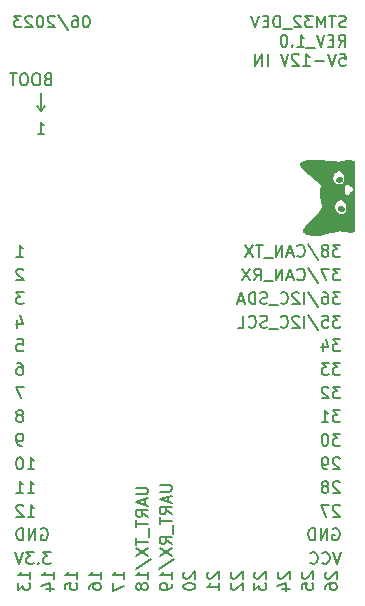
<source format=gbr>
%TF.GenerationSoftware,KiCad,Pcbnew,7.0.2*%
%TF.CreationDate,2023-06-14T20:26:51+10:00*%
%TF.ProjectId,STM32_Simple_Rev1.0,53544d33-325f-4536-996d-706c655f5265,rev?*%
%TF.SameCoordinates,Original*%
%TF.FileFunction,Legend,Bot*%
%TF.FilePolarity,Positive*%
%FSLAX46Y46*%
G04 Gerber Fmt 4.6, Leading zero omitted, Abs format (unit mm)*
G04 Created by KiCad (PCBNEW 7.0.2) date 2023-06-14 20:26:51*
%MOMM*%
%LPD*%
G01*
G04 APERTURE LIST*
%ADD10C,0.200000*%
%ADD11C,0.160000*%
G04 APERTURE END LIST*
D10*
X188400000Y-76100000D02*
X188700000Y-75700000D01*
X188400000Y-74600000D02*
X188400000Y-76100000D01*
X188400000Y-76100000D02*
X188100000Y-75700000D01*
D11*
X213733332Y-91462619D02*
X213114285Y-91462619D01*
X213114285Y-91462619D02*
X213447618Y-91843571D01*
X213447618Y-91843571D02*
X213304761Y-91843571D01*
X213304761Y-91843571D02*
X213209523Y-91891190D01*
X213209523Y-91891190D02*
X213161904Y-91938809D01*
X213161904Y-91938809D02*
X213114285Y-92034047D01*
X213114285Y-92034047D02*
X213114285Y-92272142D01*
X213114285Y-92272142D02*
X213161904Y-92367380D01*
X213161904Y-92367380D02*
X213209523Y-92415000D01*
X213209523Y-92415000D02*
X213304761Y-92462619D01*
X213304761Y-92462619D02*
X213590475Y-92462619D01*
X213590475Y-92462619D02*
X213685713Y-92415000D01*
X213685713Y-92415000D02*
X213733332Y-92367380D01*
X212257142Y-91462619D02*
X212447618Y-91462619D01*
X212447618Y-91462619D02*
X212542856Y-91510238D01*
X212542856Y-91510238D02*
X212590475Y-91557857D01*
X212590475Y-91557857D02*
X212685713Y-91700714D01*
X212685713Y-91700714D02*
X212733332Y-91891190D01*
X212733332Y-91891190D02*
X212733332Y-92272142D01*
X212733332Y-92272142D02*
X212685713Y-92367380D01*
X212685713Y-92367380D02*
X212638094Y-92415000D01*
X212638094Y-92415000D02*
X212542856Y-92462619D01*
X212542856Y-92462619D02*
X212352380Y-92462619D01*
X212352380Y-92462619D02*
X212257142Y-92415000D01*
X212257142Y-92415000D02*
X212209523Y-92367380D01*
X212209523Y-92367380D02*
X212161904Y-92272142D01*
X212161904Y-92272142D02*
X212161904Y-92034047D01*
X212161904Y-92034047D02*
X212209523Y-91938809D01*
X212209523Y-91938809D02*
X212257142Y-91891190D01*
X212257142Y-91891190D02*
X212352380Y-91843571D01*
X212352380Y-91843571D02*
X212542856Y-91843571D01*
X212542856Y-91843571D02*
X212638094Y-91891190D01*
X212638094Y-91891190D02*
X212685713Y-91938809D01*
X212685713Y-91938809D02*
X212733332Y-92034047D01*
X211019047Y-91415000D02*
X211876189Y-92700714D01*
X210685713Y-92462619D02*
X210685713Y-91462619D01*
X210257142Y-91557857D02*
X210209523Y-91510238D01*
X210209523Y-91510238D02*
X210114285Y-91462619D01*
X210114285Y-91462619D02*
X209876190Y-91462619D01*
X209876190Y-91462619D02*
X209780952Y-91510238D01*
X209780952Y-91510238D02*
X209733333Y-91557857D01*
X209733333Y-91557857D02*
X209685714Y-91653095D01*
X209685714Y-91653095D02*
X209685714Y-91748333D01*
X209685714Y-91748333D02*
X209733333Y-91891190D01*
X209733333Y-91891190D02*
X210304761Y-92462619D01*
X210304761Y-92462619D02*
X209685714Y-92462619D01*
X208685714Y-92367380D02*
X208733333Y-92415000D01*
X208733333Y-92415000D02*
X208876190Y-92462619D01*
X208876190Y-92462619D02*
X208971428Y-92462619D01*
X208971428Y-92462619D02*
X209114285Y-92415000D01*
X209114285Y-92415000D02*
X209209523Y-92319761D01*
X209209523Y-92319761D02*
X209257142Y-92224523D01*
X209257142Y-92224523D02*
X209304761Y-92034047D01*
X209304761Y-92034047D02*
X209304761Y-91891190D01*
X209304761Y-91891190D02*
X209257142Y-91700714D01*
X209257142Y-91700714D02*
X209209523Y-91605476D01*
X209209523Y-91605476D02*
X209114285Y-91510238D01*
X209114285Y-91510238D02*
X208971428Y-91462619D01*
X208971428Y-91462619D02*
X208876190Y-91462619D01*
X208876190Y-91462619D02*
X208733333Y-91510238D01*
X208733333Y-91510238D02*
X208685714Y-91557857D01*
X208495238Y-92557857D02*
X207733333Y-92557857D01*
X207542856Y-92415000D02*
X207399999Y-92462619D01*
X207399999Y-92462619D02*
X207161904Y-92462619D01*
X207161904Y-92462619D02*
X207066666Y-92415000D01*
X207066666Y-92415000D02*
X207019047Y-92367380D01*
X207019047Y-92367380D02*
X206971428Y-92272142D01*
X206971428Y-92272142D02*
X206971428Y-92176904D01*
X206971428Y-92176904D02*
X207019047Y-92081666D01*
X207019047Y-92081666D02*
X207066666Y-92034047D01*
X207066666Y-92034047D02*
X207161904Y-91986428D01*
X207161904Y-91986428D02*
X207352380Y-91938809D01*
X207352380Y-91938809D02*
X207447618Y-91891190D01*
X207447618Y-91891190D02*
X207495237Y-91843571D01*
X207495237Y-91843571D02*
X207542856Y-91748333D01*
X207542856Y-91748333D02*
X207542856Y-91653095D01*
X207542856Y-91653095D02*
X207495237Y-91557857D01*
X207495237Y-91557857D02*
X207447618Y-91510238D01*
X207447618Y-91510238D02*
X207352380Y-91462619D01*
X207352380Y-91462619D02*
X207114285Y-91462619D01*
X207114285Y-91462619D02*
X206971428Y-91510238D01*
X206542856Y-92462619D02*
X206542856Y-91462619D01*
X206542856Y-91462619D02*
X206304761Y-91462619D01*
X206304761Y-91462619D02*
X206161904Y-91510238D01*
X206161904Y-91510238D02*
X206066666Y-91605476D01*
X206066666Y-91605476D02*
X206019047Y-91700714D01*
X206019047Y-91700714D02*
X205971428Y-91891190D01*
X205971428Y-91891190D02*
X205971428Y-92034047D01*
X205971428Y-92034047D02*
X206019047Y-92224523D01*
X206019047Y-92224523D02*
X206066666Y-92319761D01*
X206066666Y-92319761D02*
X206161904Y-92415000D01*
X206161904Y-92415000D02*
X206304761Y-92462619D01*
X206304761Y-92462619D02*
X206542856Y-92462619D01*
X205590475Y-92176904D02*
X205114285Y-92176904D01*
X205685713Y-92462619D02*
X205352380Y-91462619D01*
X205352380Y-91462619D02*
X205019047Y-92462619D01*
X186409524Y-93795952D02*
X186409524Y-94462619D01*
X186647619Y-93415000D02*
X186885714Y-94129285D01*
X186885714Y-94129285D02*
X186266667Y-94129285D01*
X213733332Y-93462619D02*
X213114285Y-93462619D01*
X213114285Y-93462619D02*
X213447618Y-93843571D01*
X213447618Y-93843571D02*
X213304761Y-93843571D01*
X213304761Y-93843571D02*
X213209523Y-93891190D01*
X213209523Y-93891190D02*
X213161904Y-93938809D01*
X213161904Y-93938809D02*
X213114285Y-94034047D01*
X213114285Y-94034047D02*
X213114285Y-94272142D01*
X213114285Y-94272142D02*
X213161904Y-94367380D01*
X213161904Y-94367380D02*
X213209523Y-94415000D01*
X213209523Y-94415000D02*
X213304761Y-94462619D01*
X213304761Y-94462619D02*
X213590475Y-94462619D01*
X213590475Y-94462619D02*
X213685713Y-94415000D01*
X213685713Y-94415000D02*
X213733332Y-94367380D01*
X212209523Y-93462619D02*
X212685713Y-93462619D01*
X212685713Y-93462619D02*
X212733332Y-93938809D01*
X212733332Y-93938809D02*
X212685713Y-93891190D01*
X212685713Y-93891190D02*
X212590475Y-93843571D01*
X212590475Y-93843571D02*
X212352380Y-93843571D01*
X212352380Y-93843571D02*
X212257142Y-93891190D01*
X212257142Y-93891190D02*
X212209523Y-93938809D01*
X212209523Y-93938809D02*
X212161904Y-94034047D01*
X212161904Y-94034047D02*
X212161904Y-94272142D01*
X212161904Y-94272142D02*
X212209523Y-94367380D01*
X212209523Y-94367380D02*
X212257142Y-94415000D01*
X212257142Y-94415000D02*
X212352380Y-94462619D01*
X212352380Y-94462619D02*
X212590475Y-94462619D01*
X212590475Y-94462619D02*
X212685713Y-94415000D01*
X212685713Y-94415000D02*
X212733332Y-94367380D01*
X211019047Y-93415000D02*
X211876189Y-94700714D01*
X210685713Y-94462619D02*
X210685713Y-93462619D01*
X210257142Y-93557857D02*
X210209523Y-93510238D01*
X210209523Y-93510238D02*
X210114285Y-93462619D01*
X210114285Y-93462619D02*
X209876190Y-93462619D01*
X209876190Y-93462619D02*
X209780952Y-93510238D01*
X209780952Y-93510238D02*
X209733333Y-93557857D01*
X209733333Y-93557857D02*
X209685714Y-93653095D01*
X209685714Y-93653095D02*
X209685714Y-93748333D01*
X209685714Y-93748333D02*
X209733333Y-93891190D01*
X209733333Y-93891190D02*
X210304761Y-94462619D01*
X210304761Y-94462619D02*
X209685714Y-94462619D01*
X208685714Y-94367380D02*
X208733333Y-94415000D01*
X208733333Y-94415000D02*
X208876190Y-94462619D01*
X208876190Y-94462619D02*
X208971428Y-94462619D01*
X208971428Y-94462619D02*
X209114285Y-94415000D01*
X209114285Y-94415000D02*
X209209523Y-94319761D01*
X209209523Y-94319761D02*
X209257142Y-94224523D01*
X209257142Y-94224523D02*
X209304761Y-94034047D01*
X209304761Y-94034047D02*
X209304761Y-93891190D01*
X209304761Y-93891190D02*
X209257142Y-93700714D01*
X209257142Y-93700714D02*
X209209523Y-93605476D01*
X209209523Y-93605476D02*
X209114285Y-93510238D01*
X209114285Y-93510238D02*
X208971428Y-93462619D01*
X208971428Y-93462619D02*
X208876190Y-93462619D01*
X208876190Y-93462619D02*
X208733333Y-93510238D01*
X208733333Y-93510238D02*
X208685714Y-93557857D01*
X208495238Y-94557857D02*
X207733333Y-94557857D01*
X207542856Y-94415000D02*
X207399999Y-94462619D01*
X207399999Y-94462619D02*
X207161904Y-94462619D01*
X207161904Y-94462619D02*
X207066666Y-94415000D01*
X207066666Y-94415000D02*
X207019047Y-94367380D01*
X207019047Y-94367380D02*
X206971428Y-94272142D01*
X206971428Y-94272142D02*
X206971428Y-94176904D01*
X206971428Y-94176904D02*
X207019047Y-94081666D01*
X207019047Y-94081666D02*
X207066666Y-94034047D01*
X207066666Y-94034047D02*
X207161904Y-93986428D01*
X207161904Y-93986428D02*
X207352380Y-93938809D01*
X207352380Y-93938809D02*
X207447618Y-93891190D01*
X207447618Y-93891190D02*
X207495237Y-93843571D01*
X207495237Y-93843571D02*
X207542856Y-93748333D01*
X207542856Y-93748333D02*
X207542856Y-93653095D01*
X207542856Y-93653095D02*
X207495237Y-93557857D01*
X207495237Y-93557857D02*
X207447618Y-93510238D01*
X207447618Y-93510238D02*
X207352380Y-93462619D01*
X207352380Y-93462619D02*
X207114285Y-93462619D01*
X207114285Y-93462619D02*
X206971428Y-93510238D01*
X205971428Y-94367380D02*
X206019047Y-94415000D01*
X206019047Y-94415000D02*
X206161904Y-94462619D01*
X206161904Y-94462619D02*
X206257142Y-94462619D01*
X206257142Y-94462619D02*
X206399999Y-94415000D01*
X206399999Y-94415000D02*
X206495237Y-94319761D01*
X206495237Y-94319761D02*
X206542856Y-94224523D01*
X206542856Y-94224523D02*
X206590475Y-94034047D01*
X206590475Y-94034047D02*
X206590475Y-93891190D01*
X206590475Y-93891190D02*
X206542856Y-93700714D01*
X206542856Y-93700714D02*
X206495237Y-93605476D01*
X206495237Y-93605476D02*
X206399999Y-93510238D01*
X206399999Y-93510238D02*
X206257142Y-93462619D01*
X206257142Y-93462619D02*
X206161904Y-93462619D01*
X206161904Y-93462619D02*
X206019047Y-93510238D01*
X206019047Y-93510238D02*
X205971428Y-93557857D01*
X205066666Y-94462619D02*
X205542856Y-94462619D01*
X205542856Y-94462619D02*
X205542856Y-93462619D01*
X187266667Y-108462619D02*
X187838095Y-108462619D01*
X187552381Y-108462619D02*
X187552381Y-107462619D01*
X187552381Y-107462619D02*
X187647619Y-107605476D01*
X187647619Y-107605476D02*
X187742857Y-107700714D01*
X187742857Y-107700714D02*
X187838095Y-107748333D01*
X186314286Y-108462619D02*
X186885714Y-108462619D01*
X186600000Y-108462619D02*
X186600000Y-107462619D01*
X186600000Y-107462619D02*
X186695238Y-107605476D01*
X186695238Y-107605476D02*
X186790476Y-107700714D01*
X186790476Y-107700714D02*
X186885714Y-107748333D01*
X213780951Y-113462619D02*
X213447618Y-114462619D01*
X213447618Y-114462619D02*
X213114285Y-113462619D01*
X212209523Y-114367380D02*
X212257142Y-114415000D01*
X212257142Y-114415000D02*
X212399999Y-114462619D01*
X212399999Y-114462619D02*
X212495237Y-114462619D01*
X212495237Y-114462619D02*
X212638094Y-114415000D01*
X212638094Y-114415000D02*
X212733332Y-114319761D01*
X212733332Y-114319761D02*
X212780951Y-114224523D01*
X212780951Y-114224523D02*
X212828570Y-114034047D01*
X212828570Y-114034047D02*
X212828570Y-113891190D01*
X212828570Y-113891190D02*
X212780951Y-113700714D01*
X212780951Y-113700714D02*
X212733332Y-113605476D01*
X212733332Y-113605476D02*
X212638094Y-113510238D01*
X212638094Y-113510238D02*
X212495237Y-113462619D01*
X212495237Y-113462619D02*
X212399999Y-113462619D01*
X212399999Y-113462619D02*
X212257142Y-113510238D01*
X212257142Y-113510238D02*
X212209523Y-113557857D01*
X211209523Y-114367380D02*
X211257142Y-114415000D01*
X211257142Y-114415000D02*
X211399999Y-114462619D01*
X211399999Y-114462619D02*
X211495237Y-114462619D01*
X211495237Y-114462619D02*
X211638094Y-114415000D01*
X211638094Y-114415000D02*
X211733332Y-114319761D01*
X211733332Y-114319761D02*
X211780951Y-114224523D01*
X211780951Y-114224523D02*
X211828570Y-114034047D01*
X211828570Y-114034047D02*
X211828570Y-113891190D01*
X211828570Y-113891190D02*
X211780951Y-113700714D01*
X211780951Y-113700714D02*
X211733332Y-113605476D01*
X211733332Y-113605476D02*
X211638094Y-113510238D01*
X211638094Y-113510238D02*
X211495237Y-113462619D01*
X211495237Y-113462619D02*
X211399999Y-113462619D01*
X211399999Y-113462619D02*
X211257142Y-113510238D01*
X211257142Y-113510238D02*
X211209523Y-113557857D01*
X187266667Y-110462619D02*
X187838095Y-110462619D01*
X187552381Y-110462619D02*
X187552381Y-109462619D01*
X187552381Y-109462619D02*
X187647619Y-109605476D01*
X187647619Y-109605476D02*
X187742857Y-109700714D01*
X187742857Y-109700714D02*
X187838095Y-109748333D01*
X186885714Y-109557857D02*
X186838095Y-109510238D01*
X186838095Y-109510238D02*
X186742857Y-109462619D01*
X186742857Y-109462619D02*
X186504762Y-109462619D01*
X186504762Y-109462619D02*
X186409524Y-109510238D01*
X186409524Y-109510238D02*
X186361905Y-109557857D01*
X186361905Y-109557857D02*
X186314286Y-109653095D01*
X186314286Y-109653095D02*
X186314286Y-109748333D01*
X186314286Y-109748333D02*
X186361905Y-109891190D01*
X186361905Y-109891190D02*
X186933333Y-110462619D01*
X186933333Y-110462619D02*
X186314286Y-110462619D01*
X213733332Y-103462619D02*
X213114285Y-103462619D01*
X213114285Y-103462619D02*
X213447618Y-103843571D01*
X213447618Y-103843571D02*
X213304761Y-103843571D01*
X213304761Y-103843571D02*
X213209523Y-103891190D01*
X213209523Y-103891190D02*
X213161904Y-103938809D01*
X213161904Y-103938809D02*
X213114285Y-104034047D01*
X213114285Y-104034047D02*
X213114285Y-104272142D01*
X213114285Y-104272142D02*
X213161904Y-104367380D01*
X213161904Y-104367380D02*
X213209523Y-104415000D01*
X213209523Y-104415000D02*
X213304761Y-104462619D01*
X213304761Y-104462619D02*
X213590475Y-104462619D01*
X213590475Y-104462619D02*
X213685713Y-104415000D01*
X213685713Y-104415000D02*
X213733332Y-104367380D01*
X212495237Y-103462619D02*
X212399999Y-103462619D01*
X212399999Y-103462619D02*
X212304761Y-103510238D01*
X212304761Y-103510238D02*
X212257142Y-103557857D01*
X212257142Y-103557857D02*
X212209523Y-103653095D01*
X212209523Y-103653095D02*
X212161904Y-103843571D01*
X212161904Y-103843571D02*
X212161904Y-104081666D01*
X212161904Y-104081666D02*
X212209523Y-104272142D01*
X212209523Y-104272142D02*
X212257142Y-104367380D01*
X212257142Y-104367380D02*
X212304761Y-104415000D01*
X212304761Y-104415000D02*
X212399999Y-104462619D01*
X212399999Y-104462619D02*
X212495237Y-104462619D01*
X212495237Y-104462619D02*
X212590475Y-104415000D01*
X212590475Y-104415000D02*
X212638094Y-104367380D01*
X212638094Y-104367380D02*
X212685713Y-104272142D01*
X212685713Y-104272142D02*
X212733332Y-104081666D01*
X212733332Y-104081666D02*
X212733332Y-103843571D01*
X212733332Y-103843571D02*
X212685713Y-103653095D01*
X212685713Y-103653095D02*
X212638094Y-103557857D01*
X212638094Y-103557857D02*
X212590475Y-103510238D01*
X212590475Y-103510238D02*
X212495237Y-103462619D01*
D10*
X214209523Y-69000000D02*
X214066666Y-69047619D01*
X214066666Y-69047619D02*
X213828571Y-69047619D01*
X213828571Y-69047619D02*
X213733333Y-69000000D01*
X213733333Y-69000000D02*
X213685714Y-68952380D01*
X213685714Y-68952380D02*
X213638095Y-68857142D01*
X213638095Y-68857142D02*
X213638095Y-68761904D01*
X213638095Y-68761904D02*
X213685714Y-68666666D01*
X213685714Y-68666666D02*
X213733333Y-68619047D01*
X213733333Y-68619047D02*
X213828571Y-68571428D01*
X213828571Y-68571428D02*
X214019047Y-68523809D01*
X214019047Y-68523809D02*
X214114285Y-68476190D01*
X214114285Y-68476190D02*
X214161904Y-68428571D01*
X214161904Y-68428571D02*
X214209523Y-68333333D01*
X214209523Y-68333333D02*
X214209523Y-68238095D01*
X214209523Y-68238095D02*
X214161904Y-68142857D01*
X214161904Y-68142857D02*
X214114285Y-68095238D01*
X214114285Y-68095238D02*
X214019047Y-68047619D01*
X214019047Y-68047619D02*
X213780952Y-68047619D01*
X213780952Y-68047619D02*
X213638095Y-68095238D01*
X213352380Y-68047619D02*
X212780952Y-68047619D01*
X213066666Y-69047619D02*
X213066666Y-68047619D01*
X212447618Y-69047619D02*
X212447618Y-68047619D01*
X212447618Y-68047619D02*
X212114285Y-68761904D01*
X212114285Y-68761904D02*
X211780952Y-68047619D01*
X211780952Y-68047619D02*
X211780952Y-69047619D01*
X211399999Y-68047619D02*
X210780952Y-68047619D01*
X210780952Y-68047619D02*
X211114285Y-68428571D01*
X211114285Y-68428571D02*
X210971428Y-68428571D01*
X210971428Y-68428571D02*
X210876190Y-68476190D01*
X210876190Y-68476190D02*
X210828571Y-68523809D01*
X210828571Y-68523809D02*
X210780952Y-68619047D01*
X210780952Y-68619047D02*
X210780952Y-68857142D01*
X210780952Y-68857142D02*
X210828571Y-68952380D01*
X210828571Y-68952380D02*
X210876190Y-69000000D01*
X210876190Y-69000000D02*
X210971428Y-69047619D01*
X210971428Y-69047619D02*
X211257142Y-69047619D01*
X211257142Y-69047619D02*
X211352380Y-69000000D01*
X211352380Y-69000000D02*
X211399999Y-68952380D01*
X210399999Y-68142857D02*
X210352380Y-68095238D01*
X210352380Y-68095238D02*
X210257142Y-68047619D01*
X210257142Y-68047619D02*
X210019047Y-68047619D01*
X210019047Y-68047619D02*
X209923809Y-68095238D01*
X209923809Y-68095238D02*
X209876190Y-68142857D01*
X209876190Y-68142857D02*
X209828571Y-68238095D01*
X209828571Y-68238095D02*
X209828571Y-68333333D01*
X209828571Y-68333333D02*
X209876190Y-68476190D01*
X209876190Y-68476190D02*
X210447618Y-69047619D01*
X210447618Y-69047619D02*
X209828571Y-69047619D01*
X209638095Y-69142857D02*
X208876190Y-69142857D01*
X208638094Y-69047619D02*
X208638094Y-68047619D01*
X208638094Y-68047619D02*
X208399999Y-68047619D01*
X208399999Y-68047619D02*
X208257142Y-68095238D01*
X208257142Y-68095238D02*
X208161904Y-68190476D01*
X208161904Y-68190476D02*
X208114285Y-68285714D01*
X208114285Y-68285714D02*
X208066666Y-68476190D01*
X208066666Y-68476190D02*
X208066666Y-68619047D01*
X208066666Y-68619047D02*
X208114285Y-68809523D01*
X208114285Y-68809523D02*
X208161904Y-68904761D01*
X208161904Y-68904761D02*
X208257142Y-69000000D01*
X208257142Y-69000000D02*
X208399999Y-69047619D01*
X208399999Y-69047619D02*
X208638094Y-69047619D01*
X207638094Y-68523809D02*
X207304761Y-68523809D01*
X207161904Y-69047619D02*
X207638094Y-69047619D01*
X207638094Y-69047619D02*
X207638094Y-68047619D01*
X207638094Y-68047619D02*
X207161904Y-68047619D01*
X206876189Y-68047619D02*
X206542856Y-69047619D01*
X206542856Y-69047619D02*
X206209523Y-68047619D01*
X213590476Y-70667619D02*
X213923809Y-70191428D01*
X214161904Y-70667619D02*
X214161904Y-69667619D01*
X214161904Y-69667619D02*
X213780952Y-69667619D01*
X213780952Y-69667619D02*
X213685714Y-69715238D01*
X213685714Y-69715238D02*
X213638095Y-69762857D01*
X213638095Y-69762857D02*
X213590476Y-69858095D01*
X213590476Y-69858095D02*
X213590476Y-70000952D01*
X213590476Y-70000952D02*
X213638095Y-70096190D01*
X213638095Y-70096190D02*
X213685714Y-70143809D01*
X213685714Y-70143809D02*
X213780952Y-70191428D01*
X213780952Y-70191428D02*
X214161904Y-70191428D01*
X213161904Y-70143809D02*
X212828571Y-70143809D01*
X212685714Y-70667619D02*
X213161904Y-70667619D01*
X213161904Y-70667619D02*
X213161904Y-69667619D01*
X213161904Y-69667619D02*
X212685714Y-69667619D01*
X212399999Y-69667619D02*
X212066666Y-70667619D01*
X212066666Y-70667619D02*
X211733333Y-69667619D01*
X211638095Y-70762857D02*
X210876190Y-70762857D01*
X210114285Y-70667619D02*
X210685713Y-70667619D01*
X210399999Y-70667619D02*
X210399999Y-69667619D01*
X210399999Y-69667619D02*
X210495237Y-69810476D01*
X210495237Y-69810476D02*
X210590475Y-69905714D01*
X210590475Y-69905714D02*
X210685713Y-69953333D01*
X209685713Y-70572380D02*
X209638094Y-70620000D01*
X209638094Y-70620000D02*
X209685713Y-70667619D01*
X209685713Y-70667619D02*
X209733332Y-70620000D01*
X209733332Y-70620000D02*
X209685713Y-70572380D01*
X209685713Y-70572380D02*
X209685713Y-70667619D01*
X209019047Y-69667619D02*
X208923809Y-69667619D01*
X208923809Y-69667619D02*
X208828571Y-69715238D01*
X208828571Y-69715238D02*
X208780952Y-69762857D01*
X208780952Y-69762857D02*
X208733333Y-69858095D01*
X208733333Y-69858095D02*
X208685714Y-70048571D01*
X208685714Y-70048571D02*
X208685714Y-70286666D01*
X208685714Y-70286666D02*
X208733333Y-70477142D01*
X208733333Y-70477142D02*
X208780952Y-70572380D01*
X208780952Y-70572380D02*
X208828571Y-70620000D01*
X208828571Y-70620000D02*
X208923809Y-70667619D01*
X208923809Y-70667619D02*
X209019047Y-70667619D01*
X209019047Y-70667619D02*
X209114285Y-70620000D01*
X209114285Y-70620000D02*
X209161904Y-70572380D01*
X209161904Y-70572380D02*
X209209523Y-70477142D01*
X209209523Y-70477142D02*
X209257142Y-70286666D01*
X209257142Y-70286666D02*
X209257142Y-70048571D01*
X209257142Y-70048571D02*
X209209523Y-69858095D01*
X209209523Y-69858095D02*
X209161904Y-69762857D01*
X209161904Y-69762857D02*
X209114285Y-69715238D01*
X209114285Y-69715238D02*
X209019047Y-69667619D01*
X213685714Y-71287619D02*
X214161904Y-71287619D01*
X214161904Y-71287619D02*
X214209523Y-71763809D01*
X214209523Y-71763809D02*
X214161904Y-71716190D01*
X214161904Y-71716190D02*
X214066666Y-71668571D01*
X214066666Y-71668571D02*
X213828571Y-71668571D01*
X213828571Y-71668571D02*
X213733333Y-71716190D01*
X213733333Y-71716190D02*
X213685714Y-71763809D01*
X213685714Y-71763809D02*
X213638095Y-71859047D01*
X213638095Y-71859047D02*
X213638095Y-72097142D01*
X213638095Y-72097142D02*
X213685714Y-72192380D01*
X213685714Y-72192380D02*
X213733333Y-72240000D01*
X213733333Y-72240000D02*
X213828571Y-72287619D01*
X213828571Y-72287619D02*
X214066666Y-72287619D01*
X214066666Y-72287619D02*
X214161904Y-72240000D01*
X214161904Y-72240000D02*
X214209523Y-72192380D01*
X213352380Y-71287619D02*
X213019047Y-72287619D01*
X213019047Y-72287619D02*
X212685714Y-71287619D01*
X212352380Y-71906666D02*
X211590476Y-71906666D01*
X210590476Y-72287619D02*
X211161904Y-72287619D01*
X210876190Y-72287619D02*
X210876190Y-71287619D01*
X210876190Y-71287619D02*
X210971428Y-71430476D01*
X210971428Y-71430476D02*
X211066666Y-71525714D01*
X211066666Y-71525714D02*
X211161904Y-71573333D01*
X210209523Y-71382857D02*
X210161904Y-71335238D01*
X210161904Y-71335238D02*
X210066666Y-71287619D01*
X210066666Y-71287619D02*
X209828571Y-71287619D01*
X209828571Y-71287619D02*
X209733333Y-71335238D01*
X209733333Y-71335238D02*
X209685714Y-71382857D01*
X209685714Y-71382857D02*
X209638095Y-71478095D01*
X209638095Y-71478095D02*
X209638095Y-71573333D01*
X209638095Y-71573333D02*
X209685714Y-71716190D01*
X209685714Y-71716190D02*
X210257142Y-72287619D01*
X210257142Y-72287619D02*
X209638095Y-72287619D01*
X209352380Y-71287619D02*
X209019047Y-72287619D01*
X209019047Y-72287619D02*
X208685714Y-71287619D01*
X207590475Y-72287619D02*
X207590475Y-71287619D01*
X207114285Y-72287619D02*
X207114285Y-71287619D01*
X207114285Y-71287619D02*
X206542857Y-72287619D01*
X206542857Y-72287619D02*
X206542857Y-71287619D01*
D11*
X200557857Y-115161904D02*
X200510238Y-115209523D01*
X200510238Y-115209523D02*
X200462619Y-115304761D01*
X200462619Y-115304761D02*
X200462619Y-115542856D01*
X200462619Y-115542856D02*
X200510238Y-115638094D01*
X200510238Y-115638094D02*
X200557857Y-115685713D01*
X200557857Y-115685713D02*
X200653095Y-115733332D01*
X200653095Y-115733332D02*
X200748333Y-115733332D01*
X200748333Y-115733332D02*
X200891190Y-115685713D01*
X200891190Y-115685713D02*
X201462619Y-115114285D01*
X201462619Y-115114285D02*
X201462619Y-115733332D01*
X200462619Y-116352380D02*
X200462619Y-116447618D01*
X200462619Y-116447618D02*
X200510238Y-116542856D01*
X200510238Y-116542856D02*
X200557857Y-116590475D01*
X200557857Y-116590475D02*
X200653095Y-116638094D01*
X200653095Y-116638094D02*
X200843571Y-116685713D01*
X200843571Y-116685713D02*
X201081666Y-116685713D01*
X201081666Y-116685713D02*
X201272142Y-116638094D01*
X201272142Y-116638094D02*
X201367380Y-116590475D01*
X201367380Y-116590475D02*
X201415000Y-116542856D01*
X201415000Y-116542856D02*
X201462619Y-116447618D01*
X201462619Y-116447618D02*
X201462619Y-116352380D01*
X201462619Y-116352380D02*
X201415000Y-116257142D01*
X201415000Y-116257142D02*
X201367380Y-116209523D01*
X201367380Y-116209523D02*
X201272142Y-116161904D01*
X201272142Y-116161904D02*
X201081666Y-116114285D01*
X201081666Y-116114285D02*
X200843571Y-116114285D01*
X200843571Y-116114285D02*
X200653095Y-116161904D01*
X200653095Y-116161904D02*
X200557857Y-116209523D01*
X200557857Y-116209523D02*
X200510238Y-116257142D01*
X200510238Y-116257142D02*
X200462619Y-116352380D01*
X198462619Y-107780951D02*
X199272142Y-107780951D01*
X199272142Y-107780951D02*
X199367380Y-107828570D01*
X199367380Y-107828570D02*
X199415000Y-107876189D01*
X199415000Y-107876189D02*
X199462619Y-107971427D01*
X199462619Y-107971427D02*
X199462619Y-108161903D01*
X199462619Y-108161903D02*
X199415000Y-108257141D01*
X199415000Y-108257141D02*
X199367380Y-108304760D01*
X199367380Y-108304760D02*
X199272142Y-108352379D01*
X199272142Y-108352379D02*
X198462619Y-108352379D01*
X199176904Y-108780951D02*
X199176904Y-109257141D01*
X199462619Y-108685713D02*
X198462619Y-109019046D01*
X198462619Y-109019046D02*
X199462619Y-109352379D01*
X199462619Y-110257141D02*
X198986428Y-109923808D01*
X199462619Y-109685713D02*
X198462619Y-109685713D01*
X198462619Y-109685713D02*
X198462619Y-110066665D01*
X198462619Y-110066665D02*
X198510238Y-110161903D01*
X198510238Y-110161903D02*
X198557857Y-110209522D01*
X198557857Y-110209522D02*
X198653095Y-110257141D01*
X198653095Y-110257141D02*
X198795952Y-110257141D01*
X198795952Y-110257141D02*
X198891190Y-110209522D01*
X198891190Y-110209522D02*
X198938809Y-110161903D01*
X198938809Y-110161903D02*
X198986428Y-110066665D01*
X198986428Y-110066665D02*
X198986428Y-109685713D01*
X198462619Y-110542856D02*
X198462619Y-111114284D01*
X199462619Y-110828570D02*
X198462619Y-110828570D01*
X199557857Y-111209523D02*
X199557857Y-111971427D01*
X199462619Y-112780951D02*
X198986428Y-112447618D01*
X199462619Y-112209523D02*
X198462619Y-112209523D01*
X198462619Y-112209523D02*
X198462619Y-112590475D01*
X198462619Y-112590475D02*
X198510238Y-112685713D01*
X198510238Y-112685713D02*
X198557857Y-112733332D01*
X198557857Y-112733332D02*
X198653095Y-112780951D01*
X198653095Y-112780951D02*
X198795952Y-112780951D01*
X198795952Y-112780951D02*
X198891190Y-112733332D01*
X198891190Y-112733332D02*
X198938809Y-112685713D01*
X198938809Y-112685713D02*
X198986428Y-112590475D01*
X198986428Y-112590475D02*
X198986428Y-112209523D01*
X198462619Y-113114285D02*
X199462619Y-113780951D01*
X198462619Y-113780951D02*
X199462619Y-113114285D01*
X198415000Y-114876189D02*
X199700714Y-114019047D01*
X199462619Y-115733332D02*
X199462619Y-115161904D01*
X199462619Y-115447618D02*
X198462619Y-115447618D01*
X198462619Y-115447618D02*
X198605476Y-115352380D01*
X198605476Y-115352380D02*
X198700714Y-115257142D01*
X198700714Y-115257142D02*
X198748333Y-115161904D01*
X199462619Y-116209523D02*
X199462619Y-116399999D01*
X199462619Y-116399999D02*
X199415000Y-116495237D01*
X199415000Y-116495237D02*
X199367380Y-116542856D01*
X199367380Y-116542856D02*
X199224523Y-116638094D01*
X199224523Y-116638094D02*
X199034047Y-116685713D01*
X199034047Y-116685713D02*
X198653095Y-116685713D01*
X198653095Y-116685713D02*
X198557857Y-116638094D01*
X198557857Y-116638094D02*
X198510238Y-116590475D01*
X198510238Y-116590475D02*
X198462619Y-116495237D01*
X198462619Y-116495237D02*
X198462619Y-116304761D01*
X198462619Y-116304761D02*
X198510238Y-116209523D01*
X198510238Y-116209523D02*
X198557857Y-116161904D01*
X198557857Y-116161904D02*
X198653095Y-116114285D01*
X198653095Y-116114285D02*
X198891190Y-116114285D01*
X198891190Y-116114285D02*
X198986428Y-116161904D01*
X198986428Y-116161904D02*
X199034047Y-116209523D01*
X199034047Y-116209523D02*
X199081666Y-116304761D01*
X199081666Y-116304761D02*
X199081666Y-116495237D01*
X199081666Y-116495237D02*
X199034047Y-116590475D01*
X199034047Y-116590475D02*
X198986428Y-116638094D01*
X198986428Y-116638094D02*
X198891190Y-116685713D01*
X193462619Y-115733332D02*
X193462619Y-115161904D01*
X193462619Y-115447618D02*
X192462619Y-115447618D01*
X192462619Y-115447618D02*
X192605476Y-115352380D01*
X192605476Y-115352380D02*
X192700714Y-115257142D01*
X192700714Y-115257142D02*
X192748333Y-115161904D01*
X192462619Y-116590475D02*
X192462619Y-116399999D01*
X192462619Y-116399999D02*
X192510238Y-116304761D01*
X192510238Y-116304761D02*
X192557857Y-116257142D01*
X192557857Y-116257142D02*
X192700714Y-116161904D01*
X192700714Y-116161904D02*
X192891190Y-116114285D01*
X192891190Y-116114285D02*
X193272142Y-116114285D01*
X193272142Y-116114285D02*
X193367380Y-116161904D01*
X193367380Y-116161904D02*
X193415000Y-116209523D01*
X193415000Y-116209523D02*
X193462619Y-116304761D01*
X193462619Y-116304761D02*
X193462619Y-116495237D01*
X193462619Y-116495237D02*
X193415000Y-116590475D01*
X193415000Y-116590475D02*
X193367380Y-116638094D01*
X193367380Y-116638094D02*
X193272142Y-116685713D01*
X193272142Y-116685713D02*
X193034047Y-116685713D01*
X193034047Y-116685713D02*
X192938809Y-116638094D01*
X192938809Y-116638094D02*
X192891190Y-116590475D01*
X192891190Y-116590475D02*
X192843571Y-116495237D01*
X192843571Y-116495237D02*
X192843571Y-116304761D01*
X192843571Y-116304761D02*
X192891190Y-116209523D01*
X192891190Y-116209523D02*
X192938809Y-116161904D01*
X192938809Y-116161904D02*
X193034047Y-116114285D01*
X206557857Y-115161904D02*
X206510238Y-115209523D01*
X206510238Y-115209523D02*
X206462619Y-115304761D01*
X206462619Y-115304761D02*
X206462619Y-115542856D01*
X206462619Y-115542856D02*
X206510238Y-115638094D01*
X206510238Y-115638094D02*
X206557857Y-115685713D01*
X206557857Y-115685713D02*
X206653095Y-115733332D01*
X206653095Y-115733332D02*
X206748333Y-115733332D01*
X206748333Y-115733332D02*
X206891190Y-115685713D01*
X206891190Y-115685713D02*
X207462619Y-115114285D01*
X207462619Y-115114285D02*
X207462619Y-115733332D01*
X206462619Y-116066666D02*
X206462619Y-116685713D01*
X206462619Y-116685713D02*
X206843571Y-116352380D01*
X206843571Y-116352380D02*
X206843571Y-116495237D01*
X206843571Y-116495237D02*
X206891190Y-116590475D01*
X206891190Y-116590475D02*
X206938809Y-116638094D01*
X206938809Y-116638094D02*
X207034047Y-116685713D01*
X207034047Y-116685713D02*
X207272142Y-116685713D01*
X207272142Y-116685713D02*
X207367380Y-116638094D01*
X207367380Y-116638094D02*
X207415000Y-116590475D01*
X207415000Y-116590475D02*
X207462619Y-116495237D01*
X207462619Y-116495237D02*
X207462619Y-116209523D01*
X207462619Y-116209523D02*
X207415000Y-116114285D01*
X207415000Y-116114285D02*
X207367380Y-116066666D01*
X186361905Y-95462619D02*
X186838095Y-95462619D01*
X186838095Y-95462619D02*
X186885714Y-95938809D01*
X186885714Y-95938809D02*
X186838095Y-95891190D01*
X186838095Y-95891190D02*
X186742857Y-95843571D01*
X186742857Y-95843571D02*
X186504762Y-95843571D01*
X186504762Y-95843571D02*
X186409524Y-95891190D01*
X186409524Y-95891190D02*
X186361905Y-95938809D01*
X186361905Y-95938809D02*
X186314286Y-96034047D01*
X186314286Y-96034047D02*
X186314286Y-96272142D01*
X186314286Y-96272142D02*
X186361905Y-96367380D01*
X186361905Y-96367380D02*
X186409524Y-96415000D01*
X186409524Y-96415000D02*
X186504762Y-96462619D01*
X186504762Y-96462619D02*
X186742857Y-96462619D01*
X186742857Y-96462619D02*
X186838095Y-96415000D01*
X186838095Y-96415000D02*
X186885714Y-96367380D01*
X202557857Y-115161904D02*
X202510238Y-115209523D01*
X202510238Y-115209523D02*
X202462619Y-115304761D01*
X202462619Y-115304761D02*
X202462619Y-115542856D01*
X202462619Y-115542856D02*
X202510238Y-115638094D01*
X202510238Y-115638094D02*
X202557857Y-115685713D01*
X202557857Y-115685713D02*
X202653095Y-115733332D01*
X202653095Y-115733332D02*
X202748333Y-115733332D01*
X202748333Y-115733332D02*
X202891190Y-115685713D01*
X202891190Y-115685713D02*
X203462619Y-115114285D01*
X203462619Y-115114285D02*
X203462619Y-115733332D01*
X203462619Y-116685713D02*
X203462619Y-116114285D01*
X203462619Y-116399999D02*
X202462619Y-116399999D01*
X202462619Y-116399999D02*
X202605476Y-116304761D01*
X202605476Y-116304761D02*
X202700714Y-116209523D01*
X202700714Y-116209523D02*
X202748333Y-116114285D01*
X187462619Y-115733332D02*
X187462619Y-115161904D01*
X187462619Y-115447618D02*
X186462619Y-115447618D01*
X186462619Y-115447618D02*
X186605476Y-115352380D01*
X186605476Y-115352380D02*
X186700714Y-115257142D01*
X186700714Y-115257142D02*
X186748333Y-115161904D01*
X186462619Y-116066666D02*
X186462619Y-116685713D01*
X186462619Y-116685713D02*
X186843571Y-116352380D01*
X186843571Y-116352380D02*
X186843571Y-116495237D01*
X186843571Y-116495237D02*
X186891190Y-116590475D01*
X186891190Y-116590475D02*
X186938809Y-116638094D01*
X186938809Y-116638094D02*
X187034047Y-116685713D01*
X187034047Y-116685713D02*
X187272142Y-116685713D01*
X187272142Y-116685713D02*
X187367380Y-116638094D01*
X187367380Y-116638094D02*
X187415000Y-116590475D01*
X187415000Y-116590475D02*
X187462619Y-116495237D01*
X187462619Y-116495237D02*
X187462619Y-116209523D01*
X187462619Y-116209523D02*
X187415000Y-116114285D01*
X187415000Y-116114285D02*
X187367380Y-116066666D01*
X213685713Y-105557857D02*
X213638094Y-105510238D01*
X213638094Y-105510238D02*
X213542856Y-105462619D01*
X213542856Y-105462619D02*
X213304761Y-105462619D01*
X213304761Y-105462619D02*
X213209523Y-105510238D01*
X213209523Y-105510238D02*
X213161904Y-105557857D01*
X213161904Y-105557857D02*
X213114285Y-105653095D01*
X213114285Y-105653095D02*
X213114285Y-105748333D01*
X213114285Y-105748333D02*
X213161904Y-105891190D01*
X213161904Y-105891190D02*
X213733332Y-106462619D01*
X213733332Y-106462619D02*
X213114285Y-106462619D01*
X212638094Y-106462619D02*
X212447618Y-106462619D01*
X212447618Y-106462619D02*
X212352380Y-106415000D01*
X212352380Y-106415000D02*
X212304761Y-106367380D01*
X212304761Y-106367380D02*
X212209523Y-106224523D01*
X212209523Y-106224523D02*
X212161904Y-106034047D01*
X212161904Y-106034047D02*
X212161904Y-105653095D01*
X212161904Y-105653095D02*
X212209523Y-105557857D01*
X212209523Y-105557857D02*
X212257142Y-105510238D01*
X212257142Y-105510238D02*
X212352380Y-105462619D01*
X212352380Y-105462619D02*
X212542856Y-105462619D01*
X212542856Y-105462619D02*
X212638094Y-105510238D01*
X212638094Y-105510238D02*
X212685713Y-105557857D01*
X212685713Y-105557857D02*
X212733332Y-105653095D01*
X212733332Y-105653095D02*
X212733332Y-105891190D01*
X212733332Y-105891190D02*
X212685713Y-105986428D01*
X212685713Y-105986428D02*
X212638094Y-106034047D01*
X212638094Y-106034047D02*
X212542856Y-106081666D01*
X212542856Y-106081666D02*
X212352380Y-106081666D01*
X212352380Y-106081666D02*
X212257142Y-106034047D01*
X212257142Y-106034047D02*
X212209523Y-105986428D01*
X212209523Y-105986428D02*
X212161904Y-105891190D01*
X213733332Y-101462619D02*
X213114285Y-101462619D01*
X213114285Y-101462619D02*
X213447618Y-101843571D01*
X213447618Y-101843571D02*
X213304761Y-101843571D01*
X213304761Y-101843571D02*
X213209523Y-101891190D01*
X213209523Y-101891190D02*
X213161904Y-101938809D01*
X213161904Y-101938809D02*
X213114285Y-102034047D01*
X213114285Y-102034047D02*
X213114285Y-102272142D01*
X213114285Y-102272142D02*
X213161904Y-102367380D01*
X213161904Y-102367380D02*
X213209523Y-102415000D01*
X213209523Y-102415000D02*
X213304761Y-102462619D01*
X213304761Y-102462619D02*
X213590475Y-102462619D01*
X213590475Y-102462619D02*
X213685713Y-102415000D01*
X213685713Y-102415000D02*
X213733332Y-102367380D01*
X212161904Y-102462619D02*
X212733332Y-102462619D01*
X212447618Y-102462619D02*
X212447618Y-101462619D01*
X212447618Y-101462619D02*
X212542856Y-101605476D01*
X212542856Y-101605476D02*
X212638094Y-101700714D01*
X212638094Y-101700714D02*
X212733332Y-101748333D01*
X210557857Y-115161904D02*
X210510238Y-115209523D01*
X210510238Y-115209523D02*
X210462619Y-115304761D01*
X210462619Y-115304761D02*
X210462619Y-115542856D01*
X210462619Y-115542856D02*
X210510238Y-115638094D01*
X210510238Y-115638094D02*
X210557857Y-115685713D01*
X210557857Y-115685713D02*
X210653095Y-115733332D01*
X210653095Y-115733332D02*
X210748333Y-115733332D01*
X210748333Y-115733332D02*
X210891190Y-115685713D01*
X210891190Y-115685713D02*
X211462619Y-115114285D01*
X211462619Y-115114285D02*
X211462619Y-115733332D01*
X210462619Y-116638094D02*
X210462619Y-116161904D01*
X210462619Y-116161904D02*
X210938809Y-116114285D01*
X210938809Y-116114285D02*
X210891190Y-116161904D01*
X210891190Y-116161904D02*
X210843571Y-116257142D01*
X210843571Y-116257142D02*
X210843571Y-116495237D01*
X210843571Y-116495237D02*
X210891190Y-116590475D01*
X210891190Y-116590475D02*
X210938809Y-116638094D01*
X210938809Y-116638094D02*
X211034047Y-116685713D01*
X211034047Y-116685713D02*
X211272142Y-116685713D01*
X211272142Y-116685713D02*
X211367380Y-116638094D01*
X211367380Y-116638094D02*
X211415000Y-116590475D01*
X211415000Y-116590475D02*
X211462619Y-116495237D01*
X211462619Y-116495237D02*
X211462619Y-116257142D01*
X211462619Y-116257142D02*
X211415000Y-116161904D01*
X211415000Y-116161904D02*
X211367380Y-116114285D01*
X186314286Y-88462619D02*
X186885714Y-88462619D01*
X186600000Y-88462619D02*
X186600000Y-87462619D01*
X186600000Y-87462619D02*
X186695238Y-87605476D01*
X186695238Y-87605476D02*
X186790476Y-87700714D01*
X186790476Y-87700714D02*
X186885714Y-87748333D01*
X213733332Y-97462619D02*
X213114285Y-97462619D01*
X213114285Y-97462619D02*
X213447618Y-97843571D01*
X213447618Y-97843571D02*
X213304761Y-97843571D01*
X213304761Y-97843571D02*
X213209523Y-97891190D01*
X213209523Y-97891190D02*
X213161904Y-97938809D01*
X213161904Y-97938809D02*
X213114285Y-98034047D01*
X213114285Y-98034047D02*
X213114285Y-98272142D01*
X213114285Y-98272142D02*
X213161904Y-98367380D01*
X213161904Y-98367380D02*
X213209523Y-98415000D01*
X213209523Y-98415000D02*
X213304761Y-98462619D01*
X213304761Y-98462619D02*
X213590475Y-98462619D01*
X213590475Y-98462619D02*
X213685713Y-98415000D01*
X213685713Y-98415000D02*
X213733332Y-98367380D01*
X212780951Y-97462619D02*
X212161904Y-97462619D01*
X212161904Y-97462619D02*
X212495237Y-97843571D01*
X212495237Y-97843571D02*
X212352380Y-97843571D01*
X212352380Y-97843571D02*
X212257142Y-97891190D01*
X212257142Y-97891190D02*
X212209523Y-97938809D01*
X212209523Y-97938809D02*
X212161904Y-98034047D01*
X212161904Y-98034047D02*
X212161904Y-98272142D01*
X212161904Y-98272142D02*
X212209523Y-98367380D01*
X212209523Y-98367380D02*
X212257142Y-98415000D01*
X212257142Y-98415000D02*
X212352380Y-98462619D01*
X212352380Y-98462619D02*
X212638094Y-98462619D01*
X212638094Y-98462619D02*
X212733332Y-98415000D01*
X212733332Y-98415000D02*
X212780951Y-98367380D01*
X213685713Y-109557857D02*
X213638094Y-109510238D01*
X213638094Y-109510238D02*
X213542856Y-109462619D01*
X213542856Y-109462619D02*
X213304761Y-109462619D01*
X213304761Y-109462619D02*
X213209523Y-109510238D01*
X213209523Y-109510238D02*
X213161904Y-109557857D01*
X213161904Y-109557857D02*
X213114285Y-109653095D01*
X213114285Y-109653095D02*
X213114285Y-109748333D01*
X213114285Y-109748333D02*
X213161904Y-109891190D01*
X213161904Y-109891190D02*
X213733332Y-110462619D01*
X213733332Y-110462619D02*
X213114285Y-110462619D01*
X212780951Y-109462619D02*
X212114285Y-109462619D01*
X212114285Y-109462619D02*
X212542856Y-110462619D01*
X213685713Y-107557857D02*
X213638094Y-107510238D01*
X213638094Y-107510238D02*
X213542856Y-107462619D01*
X213542856Y-107462619D02*
X213304761Y-107462619D01*
X213304761Y-107462619D02*
X213209523Y-107510238D01*
X213209523Y-107510238D02*
X213161904Y-107557857D01*
X213161904Y-107557857D02*
X213114285Y-107653095D01*
X213114285Y-107653095D02*
X213114285Y-107748333D01*
X213114285Y-107748333D02*
X213161904Y-107891190D01*
X213161904Y-107891190D02*
X213733332Y-108462619D01*
X213733332Y-108462619D02*
X213114285Y-108462619D01*
X212542856Y-107891190D02*
X212638094Y-107843571D01*
X212638094Y-107843571D02*
X212685713Y-107795952D01*
X212685713Y-107795952D02*
X212733332Y-107700714D01*
X212733332Y-107700714D02*
X212733332Y-107653095D01*
X212733332Y-107653095D02*
X212685713Y-107557857D01*
X212685713Y-107557857D02*
X212638094Y-107510238D01*
X212638094Y-107510238D02*
X212542856Y-107462619D01*
X212542856Y-107462619D02*
X212352380Y-107462619D01*
X212352380Y-107462619D02*
X212257142Y-107510238D01*
X212257142Y-107510238D02*
X212209523Y-107557857D01*
X212209523Y-107557857D02*
X212161904Y-107653095D01*
X212161904Y-107653095D02*
X212161904Y-107700714D01*
X212161904Y-107700714D02*
X212209523Y-107795952D01*
X212209523Y-107795952D02*
X212257142Y-107843571D01*
X212257142Y-107843571D02*
X212352380Y-107891190D01*
X212352380Y-107891190D02*
X212542856Y-107891190D01*
X212542856Y-107891190D02*
X212638094Y-107938809D01*
X212638094Y-107938809D02*
X212685713Y-107986428D01*
X212685713Y-107986428D02*
X212733332Y-108081666D01*
X212733332Y-108081666D02*
X212733332Y-108272142D01*
X212733332Y-108272142D02*
X212685713Y-108367380D01*
X212685713Y-108367380D02*
X212638094Y-108415000D01*
X212638094Y-108415000D02*
X212542856Y-108462619D01*
X212542856Y-108462619D02*
X212352380Y-108462619D01*
X212352380Y-108462619D02*
X212257142Y-108415000D01*
X212257142Y-108415000D02*
X212209523Y-108367380D01*
X212209523Y-108367380D02*
X212161904Y-108272142D01*
X212161904Y-108272142D02*
X212161904Y-108081666D01*
X212161904Y-108081666D02*
X212209523Y-107986428D01*
X212209523Y-107986428D02*
X212257142Y-107938809D01*
X212257142Y-107938809D02*
X212352380Y-107891190D01*
X213733332Y-89462619D02*
X213114285Y-89462619D01*
X213114285Y-89462619D02*
X213447618Y-89843571D01*
X213447618Y-89843571D02*
X213304761Y-89843571D01*
X213304761Y-89843571D02*
X213209523Y-89891190D01*
X213209523Y-89891190D02*
X213161904Y-89938809D01*
X213161904Y-89938809D02*
X213114285Y-90034047D01*
X213114285Y-90034047D02*
X213114285Y-90272142D01*
X213114285Y-90272142D02*
X213161904Y-90367380D01*
X213161904Y-90367380D02*
X213209523Y-90415000D01*
X213209523Y-90415000D02*
X213304761Y-90462619D01*
X213304761Y-90462619D02*
X213590475Y-90462619D01*
X213590475Y-90462619D02*
X213685713Y-90415000D01*
X213685713Y-90415000D02*
X213733332Y-90367380D01*
X212780951Y-89462619D02*
X212114285Y-89462619D01*
X212114285Y-89462619D02*
X212542856Y-90462619D01*
X211019047Y-89415000D02*
X211876189Y-90700714D01*
X210114285Y-90367380D02*
X210161904Y-90415000D01*
X210161904Y-90415000D02*
X210304761Y-90462619D01*
X210304761Y-90462619D02*
X210399999Y-90462619D01*
X210399999Y-90462619D02*
X210542856Y-90415000D01*
X210542856Y-90415000D02*
X210638094Y-90319761D01*
X210638094Y-90319761D02*
X210685713Y-90224523D01*
X210685713Y-90224523D02*
X210733332Y-90034047D01*
X210733332Y-90034047D02*
X210733332Y-89891190D01*
X210733332Y-89891190D02*
X210685713Y-89700714D01*
X210685713Y-89700714D02*
X210638094Y-89605476D01*
X210638094Y-89605476D02*
X210542856Y-89510238D01*
X210542856Y-89510238D02*
X210399999Y-89462619D01*
X210399999Y-89462619D02*
X210304761Y-89462619D01*
X210304761Y-89462619D02*
X210161904Y-89510238D01*
X210161904Y-89510238D02*
X210114285Y-89557857D01*
X209733332Y-90176904D02*
X209257142Y-90176904D01*
X209828570Y-90462619D02*
X209495237Y-89462619D01*
X209495237Y-89462619D02*
X209161904Y-90462619D01*
X208828570Y-90462619D02*
X208828570Y-89462619D01*
X208828570Y-89462619D02*
X208257142Y-90462619D01*
X208257142Y-90462619D02*
X208257142Y-89462619D01*
X208019047Y-90557857D02*
X207257142Y-90557857D01*
X206447618Y-90462619D02*
X206780951Y-89986428D01*
X207019046Y-90462619D02*
X207019046Y-89462619D01*
X207019046Y-89462619D02*
X206638094Y-89462619D01*
X206638094Y-89462619D02*
X206542856Y-89510238D01*
X206542856Y-89510238D02*
X206495237Y-89557857D01*
X206495237Y-89557857D02*
X206447618Y-89653095D01*
X206447618Y-89653095D02*
X206447618Y-89795952D01*
X206447618Y-89795952D02*
X206495237Y-89891190D01*
X206495237Y-89891190D02*
X206542856Y-89938809D01*
X206542856Y-89938809D02*
X206638094Y-89986428D01*
X206638094Y-89986428D02*
X207019046Y-89986428D01*
X206114284Y-89462619D02*
X205447618Y-90462619D01*
X205447618Y-89462619D02*
X206114284Y-90462619D01*
X187266667Y-106462619D02*
X187838095Y-106462619D01*
X187552381Y-106462619D02*
X187552381Y-105462619D01*
X187552381Y-105462619D02*
X187647619Y-105605476D01*
X187647619Y-105605476D02*
X187742857Y-105700714D01*
X187742857Y-105700714D02*
X187838095Y-105748333D01*
X186647619Y-105462619D02*
X186552381Y-105462619D01*
X186552381Y-105462619D02*
X186457143Y-105510238D01*
X186457143Y-105510238D02*
X186409524Y-105557857D01*
X186409524Y-105557857D02*
X186361905Y-105653095D01*
X186361905Y-105653095D02*
X186314286Y-105843571D01*
X186314286Y-105843571D02*
X186314286Y-106081666D01*
X186314286Y-106081666D02*
X186361905Y-106272142D01*
X186361905Y-106272142D02*
X186409524Y-106367380D01*
X186409524Y-106367380D02*
X186457143Y-106415000D01*
X186457143Y-106415000D02*
X186552381Y-106462619D01*
X186552381Y-106462619D02*
X186647619Y-106462619D01*
X186647619Y-106462619D02*
X186742857Y-106415000D01*
X186742857Y-106415000D02*
X186790476Y-106367380D01*
X186790476Y-106367380D02*
X186838095Y-106272142D01*
X186838095Y-106272142D02*
X186885714Y-106081666D01*
X186885714Y-106081666D02*
X186885714Y-105843571D01*
X186885714Y-105843571D02*
X186838095Y-105653095D01*
X186838095Y-105653095D02*
X186790476Y-105557857D01*
X186790476Y-105557857D02*
X186742857Y-105510238D01*
X186742857Y-105510238D02*
X186647619Y-105462619D01*
X186409524Y-97462619D02*
X186600000Y-97462619D01*
X186600000Y-97462619D02*
X186695238Y-97510238D01*
X186695238Y-97510238D02*
X186742857Y-97557857D01*
X186742857Y-97557857D02*
X186838095Y-97700714D01*
X186838095Y-97700714D02*
X186885714Y-97891190D01*
X186885714Y-97891190D02*
X186885714Y-98272142D01*
X186885714Y-98272142D02*
X186838095Y-98367380D01*
X186838095Y-98367380D02*
X186790476Y-98415000D01*
X186790476Y-98415000D02*
X186695238Y-98462619D01*
X186695238Y-98462619D02*
X186504762Y-98462619D01*
X186504762Y-98462619D02*
X186409524Y-98415000D01*
X186409524Y-98415000D02*
X186361905Y-98367380D01*
X186361905Y-98367380D02*
X186314286Y-98272142D01*
X186314286Y-98272142D02*
X186314286Y-98034047D01*
X186314286Y-98034047D02*
X186361905Y-97938809D01*
X186361905Y-97938809D02*
X186409524Y-97891190D01*
X186409524Y-97891190D02*
X186504762Y-97843571D01*
X186504762Y-97843571D02*
X186695238Y-97843571D01*
X186695238Y-97843571D02*
X186790476Y-97891190D01*
X186790476Y-97891190D02*
X186838095Y-97938809D01*
X186838095Y-97938809D02*
X186885714Y-98034047D01*
D10*
X188957142Y-73423809D02*
X188814285Y-73471428D01*
X188814285Y-73471428D02*
X188766666Y-73519047D01*
X188766666Y-73519047D02*
X188719047Y-73614285D01*
X188719047Y-73614285D02*
X188719047Y-73757142D01*
X188719047Y-73757142D02*
X188766666Y-73852380D01*
X188766666Y-73852380D02*
X188814285Y-73900000D01*
X188814285Y-73900000D02*
X188909523Y-73947619D01*
X188909523Y-73947619D02*
X189290475Y-73947619D01*
X189290475Y-73947619D02*
X189290475Y-72947619D01*
X189290475Y-72947619D02*
X188957142Y-72947619D01*
X188957142Y-72947619D02*
X188861904Y-72995238D01*
X188861904Y-72995238D02*
X188814285Y-73042857D01*
X188814285Y-73042857D02*
X188766666Y-73138095D01*
X188766666Y-73138095D02*
X188766666Y-73233333D01*
X188766666Y-73233333D02*
X188814285Y-73328571D01*
X188814285Y-73328571D02*
X188861904Y-73376190D01*
X188861904Y-73376190D02*
X188957142Y-73423809D01*
X188957142Y-73423809D02*
X189290475Y-73423809D01*
X188099999Y-72947619D02*
X187909523Y-72947619D01*
X187909523Y-72947619D02*
X187814285Y-72995238D01*
X187814285Y-72995238D02*
X187719047Y-73090476D01*
X187719047Y-73090476D02*
X187671428Y-73280952D01*
X187671428Y-73280952D02*
X187671428Y-73614285D01*
X187671428Y-73614285D02*
X187719047Y-73804761D01*
X187719047Y-73804761D02*
X187814285Y-73900000D01*
X187814285Y-73900000D02*
X187909523Y-73947619D01*
X187909523Y-73947619D02*
X188099999Y-73947619D01*
X188099999Y-73947619D02*
X188195237Y-73900000D01*
X188195237Y-73900000D02*
X188290475Y-73804761D01*
X188290475Y-73804761D02*
X188338094Y-73614285D01*
X188338094Y-73614285D02*
X188338094Y-73280952D01*
X188338094Y-73280952D02*
X188290475Y-73090476D01*
X188290475Y-73090476D02*
X188195237Y-72995238D01*
X188195237Y-72995238D02*
X188099999Y-72947619D01*
X187052380Y-72947619D02*
X186861904Y-72947619D01*
X186861904Y-72947619D02*
X186766666Y-72995238D01*
X186766666Y-72995238D02*
X186671428Y-73090476D01*
X186671428Y-73090476D02*
X186623809Y-73280952D01*
X186623809Y-73280952D02*
X186623809Y-73614285D01*
X186623809Y-73614285D02*
X186671428Y-73804761D01*
X186671428Y-73804761D02*
X186766666Y-73900000D01*
X186766666Y-73900000D02*
X186861904Y-73947619D01*
X186861904Y-73947619D02*
X187052380Y-73947619D01*
X187052380Y-73947619D02*
X187147618Y-73900000D01*
X187147618Y-73900000D02*
X187242856Y-73804761D01*
X187242856Y-73804761D02*
X187290475Y-73614285D01*
X187290475Y-73614285D02*
X187290475Y-73280952D01*
X187290475Y-73280952D02*
X187242856Y-73090476D01*
X187242856Y-73090476D02*
X187147618Y-72995238D01*
X187147618Y-72995238D02*
X187052380Y-72947619D01*
X186338094Y-72947619D02*
X185766666Y-72947619D01*
X186052380Y-73947619D02*
X186052380Y-72947619D01*
D11*
X195462619Y-115733332D02*
X195462619Y-115161904D01*
X195462619Y-115447618D02*
X194462619Y-115447618D01*
X194462619Y-115447618D02*
X194605476Y-115352380D01*
X194605476Y-115352380D02*
X194700714Y-115257142D01*
X194700714Y-115257142D02*
X194748333Y-115161904D01*
X194462619Y-116066666D02*
X194462619Y-116733332D01*
X194462619Y-116733332D02*
X195462619Y-116304761D01*
X191462619Y-115733332D02*
X191462619Y-115161904D01*
X191462619Y-115447618D02*
X190462619Y-115447618D01*
X190462619Y-115447618D02*
X190605476Y-115352380D01*
X190605476Y-115352380D02*
X190700714Y-115257142D01*
X190700714Y-115257142D02*
X190748333Y-115161904D01*
X190462619Y-116638094D02*
X190462619Y-116161904D01*
X190462619Y-116161904D02*
X190938809Y-116114285D01*
X190938809Y-116114285D02*
X190891190Y-116161904D01*
X190891190Y-116161904D02*
X190843571Y-116257142D01*
X190843571Y-116257142D02*
X190843571Y-116495237D01*
X190843571Y-116495237D02*
X190891190Y-116590475D01*
X190891190Y-116590475D02*
X190938809Y-116638094D01*
X190938809Y-116638094D02*
X191034047Y-116685713D01*
X191034047Y-116685713D02*
X191272142Y-116685713D01*
X191272142Y-116685713D02*
X191367380Y-116638094D01*
X191367380Y-116638094D02*
X191415000Y-116590475D01*
X191415000Y-116590475D02*
X191462619Y-116495237D01*
X191462619Y-116495237D02*
X191462619Y-116257142D01*
X191462619Y-116257142D02*
X191415000Y-116161904D01*
X191415000Y-116161904D02*
X191367380Y-116114285D01*
X213733332Y-95462619D02*
X213114285Y-95462619D01*
X213114285Y-95462619D02*
X213447618Y-95843571D01*
X213447618Y-95843571D02*
X213304761Y-95843571D01*
X213304761Y-95843571D02*
X213209523Y-95891190D01*
X213209523Y-95891190D02*
X213161904Y-95938809D01*
X213161904Y-95938809D02*
X213114285Y-96034047D01*
X213114285Y-96034047D02*
X213114285Y-96272142D01*
X213114285Y-96272142D02*
X213161904Y-96367380D01*
X213161904Y-96367380D02*
X213209523Y-96415000D01*
X213209523Y-96415000D02*
X213304761Y-96462619D01*
X213304761Y-96462619D02*
X213590475Y-96462619D01*
X213590475Y-96462619D02*
X213685713Y-96415000D01*
X213685713Y-96415000D02*
X213733332Y-96367380D01*
X212257142Y-95795952D02*
X212257142Y-96462619D01*
X212495237Y-95415000D02*
X212733332Y-96129285D01*
X212733332Y-96129285D02*
X212114285Y-96129285D01*
X186933333Y-91462619D02*
X186314286Y-91462619D01*
X186314286Y-91462619D02*
X186647619Y-91843571D01*
X186647619Y-91843571D02*
X186504762Y-91843571D01*
X186504762Y-91843571D02*
X186409524Y-91891190D01*
X186409524Y-91891190D02*
X186361905Y-91938809D01*
X186361905Y-91938809D02*
X186314286Y-92034047D01*
X186314286Y-92034047D02*
X186314286Y-92272142D01*
X186314286Y-92272142D02*
X186361905Y-92367380D01*
X186361905Y-92367380D02*
X186409524Y-92415000D01*
X186409524Y-92415000D02*
X186504762Y-92462619D01*
X186504762Y-92462619D02*
X186790476Y-92462619D01*
X186790476Y-92462619D02*
X186885714Y-92415000D01*
X186885714Y-92415000D02*
X186933333Y-92367380D01*
X189219047Y-113462619D02*
X188600000Y-113462619D01*
X188600000Y-113462619D02*
X188933333Y-113843571D01*
X188933333Y-113843571D02*
X188790476Y-113843571D01*
X188790476Y-113843571D02*
X188695238Y-113891190D01*
X188695238Y-113891190D02*
X188647619Y-113938809D01*
X188647619Y-113938809D02*
X188600000Y-114034047D01*
X188600000Y-114034047D02*
X188600000Y-114272142D01*
X188600000Y-114272142D02*
X188647619Y-114367380D01*
X188647619Y-114367380D02*
X188695238Y-114415000D01*
X188695238Y-114415000D02*
X188790476Y-114462619D01*
X188790476Y-114462619D02*
X189076190Y-114462619D01*
X189076190Y-114462619D02*
X189171428Y-114415000D01*
X189171428Y-114415000D02*
X189219047Y-114367380D01*
X188171428Y-114367380D02*
X188123809Y-114415000D01*
X188123809Y-114415000D02*
X188171428Y-114462619D01*
X188171428Y-114462619D02*
X188219047Y-114415000D01*
X188219047Y-114415000D02*
X188171428Y-114367380D01*
X188171428Y-114367380D02*
X188171428Y-114462619D01*
X187790476Y-113462619D02*
X187171429Y-113462619D01*
X187171429Y-113462619D02*
X187504762Y-113843571D01*
X187504762Y-113843571D02*
X187361905Y-113843571D01*
X187361905Y-113843571D02*
X187266667Y-113891190D01*
X187266667Y-113891190D02*
X187219048Y-113938809D01*
X187219048Y-113938809D02*
X187171429Y-114034047D01*
X187171429Y-114034047D02*
X187171429Y-114272142D01*
X187171429Y-114272142D02*
X187219048Y-114367380D01*
X187219048Y-114367380D02*
X187266667Y-114415000D01*
X187266667Y-114415000D02*
X187361905Y-114462619D01*
X187361905Y-114462619D02*
X187647619Y-114462619D01*
X187647619Y-114462619D02*
X187742857Y-114415000D01*
X187742857Y-114415000D02*
X187790476Y-114367380D01*
X186885714Y-113462619D02*
X186552381Y-114462619D01*
X186552381Y-114462619D02*
X186219048Y-113462619D01*
X186695238Y-101891190D02*
X186790476Y-101843571D01*
X186790476Y-101843571D02*
X186838095Y-101795952D01*
X186838095Y-101795952D02*
X186885714Y-101700714D01*
X186885714Y-101700714D02*
X186885714Y-101653095D01*
X186885714Y-101653095D02*
X186838095Y-101557857D01*
X186838095Y-101557857D02*
X186790476Y-101510238D01*
X186790476Y-101510238D02*
X186695238Y-101462619D01*
X186695238Y-101462619D02*
X186504762Y-101462619D01*
X186504762Y-101462619D02*
X186409524Y-101510238D01*
X186409524Y-101510238D02*
X186361905Y-101557857D01*
X186361905Y-101557857D02*
X186314286Y-101653095D01*
X186314286Y-101653095D02*
X186314286Y-101700714D01*
X186314286Y-101700714D02*
X186361905Y-101795952D01*
X186361905Y-101795952D02*
X186409524Y-101843571D01*
X186409524Y-101843571D02*
X186504762Y-101891190D01*
X186504762Y-101891190D02*
X186695238Y-101891190D01*
X186695238Y-101891190D02*
X186790476Y-101938809D01*
X186790476Y-101938809D02*
X186838095Y-101986428D01*
X186838095Y-101986428D02*
X186885714Y-102081666D01*
X186885714Y-102081666D02*
X186885714Y-102272142D01*
X186885714Y-102272142D02*
X186838095Y-102367380D01*
X186838095Y-102367380D02*
X186790476Y-102415000D01*
X186790476Y-102415000D02*
X186695238Y-102462619D01*
X186695238Y-102462619D02*
X186504762Y-102462619D01*
X186504762Y-102462619D02*
X186409524Y-102415000D01*
X186409524Y-102415000D02*
X186361905Y-102367380D01*
X186361905Y-102367380D02*
X186314286Y-102272142D01*
X186314286Y-102272142D02*
X186314286Y-102081666D01*
X186314286Y-102081666D02*
X186361905Y-101986428D01*
X186361905Y-101986428D02*
X186409524Y-101938809D01*
X186409524Y-101938809D02*
X186504762Y-101891190D01*
X213733332Y-99462619D02*
X213114285Y-99462619D01*
X213114285Y-99462619D02*
X213447618Y-99843571D01*
X213447618Y-99843571D02*
X213304761Y-99843571D01*
X213304761Y-99843571D02*
X213209523Y-99891190D01*
X213209523Y-99891190D02*
X213161904Y-99938809D01*
X213161904Y-99938809D02*
X213114285Y-100034047D01*
X213114285Y-100034047D02*
X213114285Y-100272142D01*
X213114285Y-100272142D02*
X213161904Y-100367380D01*
X213161904Y-100367380D02*
X213209523Y-100415000D01*
X213209523Y-100415000D02*
X213304761Y-100462619D01*
X213304761Y-100462619D02*
X213590475Y-100462619D01*
X213590475Y-100462619D02*
X213685713Y-100415000D01*
X213685713Y-100415000D02*
X213733332Y-100367380D01*
X212733332Y-99557857D02*
X212685713Y-99510238D01*
X212685713Y-99510238D02*
X212590475Y-99462619D01*
X212590475Y-99462619D02*
X212352380Y-99462619D01*
X212352380Y-99462619D02*
X212257142Y-99510238D01*
X212257142Y-99510238D02*
X212209523Y-99557857D01*
X212209523Y-99557857D02*
X212161904Y-99653095D01*
X212161904Y-99653095D02*
X212161904Y-99748333D01*
X212161904Y-99748333D02*
X212209523Y-99891190D01*
X212209523Y-99891190D02*
X212780951Y-100462619D01*
X212780951Y-100462619D02*
X212161904Y-100462619D01*
X213114285Y-111510238D02*
X213209523Y-111462619D01*
X213209523Y-111462619D02*
X213352380Y-111462619D01*
X213352380Y-111462619D02*
X213495237Y-111510238D01*
X213495237Y-111510238D02*
X213590475Y-111605476D01*
X213590475Y-111605476D02*
X213638094Y-111700714D01*
X213638094Y-111700714D02*
X213685713Y-111891190D01*
X213685713Y-111891190D02*
X213685713Y-112034047D01*
X213685713Y-112034047D02*
X213638094Y-112224523D01*
X213638094Y-112224523D02*
X213590475Y-112319761D01*
X213590475Y-112319761D02*
X213495237Y-112415000D01*
X213495237Y-112415000D02*
X213352380Y-112462619D01*
X213352380Y-112462619D02*
X213257142Y-112462619D01*
X213257142Y-112462619D02*
X213114285Y-112415000D01*
X213114285Y-112415000D02*
X213066666Y-112367380D01*
X213066666Y-112367380D02*
X213066666Y-112034047D01*
X213066666Y-112034047D02*
X213257142Y-112034047D01*
X212638094Y-112462619D02*
X212638094Y-111462619D01*
X212638094Y-111462619D02*
X212066666Y-112462619D01*
X212066666Y-112462619D02*
X212066666Y-111462619D01*
X211590475Y-112462619D02*
X211590475Y-111462619D01*
X211590475Y-111462619D02*
X211352380Y-111462619D01*
X211352380Y-111462619D02*
X211209523Y-111510238D01*
X211209523Y-111510238D02*
X211114285Y-111605476D01*
X211114285Y-111605476D02*
X211066666Y-111700714D01*
X211066666Y-111700714D02*
X211019047Y-111891190D01*
X211019047Y-111891190D02*
X211019047Y-112034047D01*
X211019047Y-112034047D02*
X211066666Y-112224523D01*
X211066666Y-112224523D02*
X211114285Y-112319761D01*
X211114285Y-112319761D02*
X211209523Y-112415000D01*
X211209523Y-112415000D02*
X211352380Y-112462619D01*
X211352380Y-112462619D02*
X211590475Y-112462619D01*
X213733332Y-87462619D02*
X213114285Y-87462619D01*
X213114285Y-87462619D02*
X213447618Y-87843571D01*
X213447618Y-87843571D02*
X213304761Y-87843571D01*
X213304761Y-87843571D02*
X213209523Y-87891190D01*
X213209523Y-87891190D02*
X213161904Y-87938809D01*
X213161904Y-87938809D02*
X213114285Y-88034047D01*
X213114285Y-88034047D02*
X213114285Y-88272142D01*
X213114285Y-88272142D02*
X213161904Y-88367380D01*
X213161904Y-88367380D02*
X213209523Y-88415000D01*
X213209523Y-88415000D02*
X213304761Y-88462619D01*
X213304761Y-88462619D02*
X213590475Y-88462619D01*
X213590475Y-88462619D02*
X213685713Y-88415000D01*
X213685713Y-88415000D02*
X213733332Y-88367380D01*
X212542856Y-87891190D02*
X212638094Y-87843571D01*
X212638094Y-87843571D02*
X212685713Y-87795952D01*
X212685713Y-87795952D02*
X212733332Y-87700714D01*
X212733332Y-87700714D02*
X212733332Y-87653095D01*
X212733332Y-87653095D02*
X212685713Y-87557857D01*
X212685713Y-87557857D02*
X212638094Y-87510238D01*
X212638094Y-87510238D02*
X212542856Y-87462619D01*
X212542856Y-87462619D02*
X212352380Y-87462619D01*
X212352380Y-87462619D02*
X212257142Y-87510238D01*
X212257142Y-87510238D02*
X212209523Y-87557857D01*
X212209523Y-87557857D02*
X212161904Y-87653095D01*
X212161904Y-87653095D02*
X212161904Y-87700714D01*
X212161904Y-87700714D02*
X212209523Y-87795952D01*
X212209523Y-87795952D02*
X212257142Y-87843571D01*
X212257142Y-87843571D02*
X212352380Y-87891190D01*
X212352380Y-87891190D02*
X212542856Y-87891190D01*
X212542856Y-87891190D02*
X212638094Y-87938809D01*
X212638094Y-87938809D02*
X212685713Y-87986428D01*
X212685713Y-87986428D02*
X212733332Y-88081666D01*
X212733332Y-88081666D02*
X212733332Y-88272142D01*
X212733332Y-88272142D02*
X212685713Y-88367380D01*
X212685713Y-88367380D02*
X212638094Y-88415000D01*
X212638094Y-88415000D02*
X212542856Y-88462619D01*
X212542856Y-88462619D02*
X212352380Y-88462619D01*
X212352380Y-88462619D02*
X212257142Y-88415000D01*
X212257142Y-88415000D02*
X212209523Y-88367380D01*
X212209523Y-88367380D02*
X212161904Y-88272142D01*
X212161904Y-88272142D02*
X212161904Y-88081666D01*
X212161904Y-88081666D02*
X212209523Y-87986428D01*
X212209523Y-87986428D02*
X212257142Y-87938809D01*
X212257142Y-87938809D02*
X212352380Y-87891190D01*
X211019047Y-87415000D02*
X211876189Y-88700714D01*
X210114285Y-88367380D02*
X210161904Y-88415000D01*
X210161904Y-88415000D02*
X210304761Y-88462619D01*
X210304761Y-88462619D02*
X210399999Y-88462619D01*
X210399999Y-88462619D02*
X210542856Y-88415000D01*
X210542856Y-88415000D02*
X210638094Y-88319761D01*
X210638094Y-88319761D02*
X210685713Y-88224523D01*
X210685713Y-88224523D02*
X210733332Y-88034047D01*
X210733332Y-88034047D02*
X210733332Y-87891190D01*
X210733332Y-87891190D02*
X210685713Y-87700714D01*
X210685713Y-87700714D02*
X210638094Y-87605476D01*
X210638094Y-87605476D02*
X210542856Y-87510238D01*
X210542856Y-87510238D02*
X210399999Y-87462619D01*
X210399999Y-87462619D02*
X210304761Y-87462619D01*
X210304761Y-87462619D02*
X210161904Y-87510238D01*
X210161904Y-87510238D02*
X210114285Y-87557857D01*
X209733332Y-88176904D02*
X209257142Y-88176904D01*
X209828570Y-88462619D02*
X209495237Y-87462619D01*
X209495237Y-87462619D02*
X209161904Y-88462619D01*
X208828570Y-88462619D02*
X208828570Y-87462619D01*
X208828570Y-87462619D02*
X208257142Y-88462619D01*
X208257142Y-88462619D02*
X208257142Y-87462619D01*
X208019047Y-88557857D02*
X207257142Y-88557857D01*
X207161903Y-87462619D02*
X206590475Y-87462619D01*
X206876189Y-88462619D02*
X206876189Y-87462619D01*
X206352379Y-87462619D02*
X205685713Y-88462619D01*
X205685713Y-87462619D02*
X206352379Y-88462619D01*
X208557857Y-115161904D02*
X208510238Y-115209523D01*
X208510238Y-115209523D02*
X208462619Y-115304761D01*
X208462619Y-115304761D02*
X208462619Y-115542856D01*
X208462619Y-115542856D02*
X208510238Y-115638094D01*
X208510238Y-115638094D02*
X208557857Y-115685713D01*
X208557857Y-115685713D02*
X208653095Y-115733332D01*
X208653095Y-115733332D02*
X208748333Y-115733332D01*
X208748333Y-115733332D02*
X208891190Y-115685713D01*
X208891190Y-115685713D02*
X209462619Y-115114285D01*
X209462619Y-115114285D02*
X209462619Y-115733332D01*
X208795952Y-116590475D02*
X209462619Y-116590475D01*
X208415000Y-116352380D02*
X209129285Y-116114285D01*
X209129285Y-116114285D02*
X209129285Y-116733332D01*
X196462619Y-108019046D02*
X197272142Y-108019046D01*
X197272142Y-108019046D02*
X197367380Y-108066665D01*
X197367380Y-108066665D02*
X197415000Y-108114284D01*
X197415000Y-108114284D02*
X197462619Y-108209522D01*
X197462619Y-108209522D02*
X197462619Y-108399998D01*
X197462619Y-108399998D02*
X197415000Y-108495236D01*
X197415000Y-108495236D02*
X197367380Y-108542855D01*
X197367380Y-108542855D02*
X197272142Y-108590474D01*
X197272142Y-108590474D02*
X196462619Y-108590474D01*
X197176904Y-109019046D02*
X197176904Y-109495236D01*
X197462619Y-108923808D02*
X196462619Y-109257141D01*
X196462619Y-109257141D02*
X197462619Y-109590474D01*
X197462619Y-110495236D02*
X196986428Y-110161903D01*
X197462619Y-109923808D02*
X196462619Y-109923808D01*
X196462619Y-109923808D02*
X196462619Y-110304760D01*
X196462619Y-110304760D02*
X196510238Y-110399998D01*
X196510238Y-110399998D02*
X196557857Y-110447617D01*
X196557857Y-110447617D02*
X196653095Y-110495236D01*
X196653095Y-110495236D02*
X196795952Y-110495236D01*
X196795952Y-110495236D02*
X196891190Y-110447617D01*
X196891190Y-110447617D02*
X196938809Y-110399998D01*
X196938809Y-110399998D02*
X196986428Y-110304760D01*
X196986428Y-110304760D02*
X196986428Y-109923808D01*
X196462619Y-110780951D02*
X196462619Y-111352379D01*
X197462619Y-111066665D02*
X196462619Y-111066665D01*
X197557857Y-111447618D02*
X197557857Y-112209522D01*
X196462619Y-112304761D02*
X196462619Y-112876189D01*
X197462619Y-112590475D02*
X196462619Y-112590475D01*
X196462619Y-113114285D02*
X197462619Y-113780951D01*
X196462619Y-113780951D02*
X197462619Y-113114285D01*
X196415000Y-114876189D02*
X197700714Y-114019047D01*
X197462619Y-115733332D02*
X197462619Y-115161904D01*
X197462619Y-115447618D02*
X196462619Y-115447618D01*
X196462619Y-115447618D02*
X196605476Y-115352380D01*
X196605476Y-115352380D02*
X196700714Y-115257142D01*
X196700714Y-115257142D02*
X196748333Y-115161904D01*
X196891190Y-116304761D02*
X196843571Y-116209523D01*
X196843571Y-116209523D02*
X196795952Y-116161904D01*
X196795952Y-116161904D02*
X196700714Y-116114285D01*
X196700714Y-116114285D02*
X196653095Y-116114285D01*
X196653095Y-116114285D02*
X196557857Y-116161904D01*
X196557857Y-116161904D02*
X196510238Y-116209523D01*
X196510238Y-116209523D02*
X196462619Y-116304761D01*
X196462619Y-116304761D02*
X196462619Y-116495237D01*
X196462619Y-116495237D02*
X196510238Y-116590475D01*
X196510238Y-116590475D02*
X196557857Y-116638094D01*
X196557857Y-116638094D02*
X196653095Y-116685713D01*
X196653095Y-116685713D02*
X196700714Y-116685713D01*
X196700714Y-116685713D02*
X196795952Y-116638094D01*
X196795952Y-116638094D02*
X196843571Y-116590475D01*
X196843571Y-116590475D02*
X196891190Y-116495237D01*
X196891190Y-116495237D02*
X196891190Y-116304761D01*
X196891190Y-116304761D02*
X196938809Y-116209523D01*
X196938809Y-116209523D02*
X196986428Y-116161904D01*
X196986428Y-116161904D02*
X197081666Y-116114285D01*
X197081666Y-116114285D02*
X197272142Y-116114285D01*
X197272142Y-116114285D02*
X197367380Y-116161904D01*
X197367380Y-116161904D02*
X197415000Y-116209523D01*
X197415000Y-116209523D02*
X197462619Y-116304761D01*
X197462619Y-116304761D02*
X197462619Y-116495237D01*
X197462619Y-116495237D02*
X197415000Y-116590475D01*
X197415000Y-116590475D02*
X197367380Y-116638094D01*
X197367380Y-116638094D02*
X197272142Y-116685713D01*
X197272142Y-116685713D02*
X197081666Y-116685713D01*
X197081666Y-116685713D02*
X196986428Y-116638094D01*
X196986428Y-116638094D02*
X196938809Y-116590475D01*
X196938809Y-116590475D02*
X196891190Y-116495237D01*
X186790476Y-104462619D02*
X186600000Y-104462619D01*
X186600000Y-104462619D02*
X186504762Y-104415000D01*
X186504762Y-104415000D02*
X186457143Y-104367380D01*
X186457143Y-104367380D02*
X186361905Y-104224523D01*
X186361905Y-104224523D02*
X186314286Y-104034047D01*
X186314286Y-104034047D02*
X186314286Y-103653095D01*
X186314286Y-103653095D02*
X186361905Y-103557857D01*
X186361905Y-103557857D02*
X186409524Y-103510238D01*
X186409524Y-103510238D02*
X186504762Y-103462619D01*
X186504762Y-103462619D02*
X186695238Y-103462619D01*
X186695238Y-103462619D02*
X186790476Y-103510238D01*
X186790476Y-103510238D02*
X186838095Y-103557857D01*
X186838095Y-103557857D02*
X186885714Y-103653095D01*
X186885714Y-103653095D02*
X186885714Y-103891190D01*
X186885714Y-103891190D02*
X186838095Y-103986428D01*
X186838095Y-103986428D02*
X186790476Y-104034047D01*
X186790476Y-104034047D02*
X186695238Y-104081666D01*
X186695238Y-104081666D02*
X186504762Y-104081666D01*
X186504762Y-104081666D02*
X186409524Y-104034047D01*
X186409524Y-104034047D02*
X186361905Y-103986428D01*
X186361905Y-103986428D02*
X186314286Y-103891190D01*
D10*
X192271428Y-68047619D02*
X192176190Y-68047619D01*
X192176190Y-68047619D02*
X192080952Y-68095238D01*
X192080952Y-68095238D02*
X192033333Y-68142857D01*
X192033333Y-68142857D02*
X191985714Y-68238095D01*
X191985714Y-68238095D02*
X191938095Y-68428571D01*
X191938095Y-68428571D02*
X191938095Y-68666666D01*
X191938095Y-68666666D02*
X191985714Y-68857142D01*
X191985714Y-68857142D02*
X192033333Y-68952380D01*
X192033333Y-68952380D02*
X192080952Y-69000000D01*
X192080952Y-69000000D02*
X192176190Y-69047619D01*
X192176190Y-69047619D02*
X192271428Y-69047619D01*
X192271428Y-69047619D02*
X192366666Y-69000000D01*
X192366666Y-69000000D02*
X192414285Y-68952380D01*
X192414285Y-68952380D02*
X192461904Y-68857142D01*
X192461904Y-68857142D02*
X192509523Y-68666666D01*
X192509523Y-68666666D02*
X192509523Y-68428571D01*
X192509523Y-68428571D02*
X192461904Y-68238095D01*
X192461904Y-68238095D02*
X192414285Y-68142857D01*
X192414285Y-68142857D02*
X192366666Y-68095238D01*
X192366666Y-68095238D02*
X192271428Y-68047619D01*
X191080952Y-68047619D02*
X191271428Y-68047619D01*
X191271428Y-68047619D02*
X191366666Y-68095238D01*
X191366666Y-68095238D02*
X191414285Y-68142857D01*
X191414285Y-68142857D02*
X191509523Y-68285714D01*
X191509523Y-68285714D02*
X191557142Y-68476190D01*
X191557142Y-68476190D02*
X191557142Y-68857142D01*
X191557142Y-68857142D02*
X191509523Y-68952380D01*
X191509523Y-68952380D02*
X191461904Y-69000000D01*
X191461904Y-69000000D02*
X191366666Y-69047619D01*
X191366666Y-69047619D02*
X191176190Y-69047619D01*
X191176190Y-69047619D02*
X191080952Y-69000000D01*
X191080952Y-69000000D02*
X191033333Y-68952380D01*
X191033333Y-68952380D02*
X190985714Y-68857142D01*
X190985714Y-68857142D02*
X190985714Y-68619047D01*
X190985714Y-68619047D02*
X191033333Y-68523809D01*
X191033333Y-68523809D02*
X191080952Y-68476190D01*
X191080952Y-68476190D02*
X191176190Y-68428571D01*
X191176190Y-68428571D02*
X191366666Y-68428571D01*
X191366666Y-68428571D02*
X191461904Y-68476190D01*
X191461904Y-68476190D02*
X191509523Y-68523809D01*
X191509523Y-68523809D02*
X191557142Y-68619047D01*
X189842857Y-68000000D02*
X190699999Y-69285714D01*
X189557142Y-68142857D02*
X189509523Y-68095238D01*
X189509523Y-68095238D02*
X189414285Y-68047619D01*
X189414285Y-68047619D02*
X189176190Y-68047619D01*
X189176190Y-68047619D02*
X189080952Y-68095238D01*
X189080952Y-68095238D02*
X189033333Y-68142857D01*
X189033333Y-68142857D02*
X188985714Y-68238095D01*
X188985714Y-68238095D02*
X188985714Y-68333333D01*
X188985714Y-68333333D02*
X189033333Y-68476190D01*
X189033333Y-68476190D02*
X189604761Y-69047619D01*
X189604761Y-69047619D02*
X188985714Y-69047619D01*
X188366666Y-68047619D02*
X188271428Y-68047619D01*
X188271428Y-68047619D02*
X188176190Y-68095238D01*
X188176190Y-68095238D02*
X188128571Y-68142857D01*
X188128571Y-68142857D02*
X188080952Y-68238095D01*
X188080952Y-68238095D02*
X188033333Y-68428571D01*
X188033333Y-68428571D02*
X188033333Y-68666666D01*
X188033333Y-68666666D02*
X188080952Y-68857142D01*
X188080952Y-68857142D02*
X188128571Y-68952380D01*
X188128571Y-68952380D02*
X188176190Y-69000000D01*
X188176190Y-69000000D02*
X188271428Y-69047619D01*
X188271428Y-69047619D02*
X188366666Y-69047619D01*
X188366666Y-69047619D02*
X188461904Y-69000000D01*
X188461904Y-69000000D02*
X188509523Y-68952380D01*
X188509523Y-68952380D02*
X188557142Y-68857142D01*
X188557142Y-68857142D02*
X188604761Y-68666666D01*
X188604761Y-68666666D02*
X188604761Y-68428571D01*
X188604761Y-68428571D02*
X188557142Y-68238095D01*
X188557142Y-68238095D02*
X188509523Y-68142857D01*
X188509523Y-68142857D02*
X188461904Y-68095238D01*
X188461904Y-68095238D02*
X188366666Y-68047619D01*
X187652380Y-68142857D02*
X187604761Y-68095238D01*
X187604761Y-68095238D02*
X187509523Y-68047619D01*
X187509523Y-68047619D02*
X187271428Y-68047619D01*
X187271428Y-68047619D02*
X187176190Y-68095238D01*
X187176190Y-68095238D02*
X187128571Y-68142857D01*
X187128571Y-68142857D02*
X187080952Y-68238095D01*
X187080952Y-68238095D02*
X187080952Y-68333333D01*
X187080952Y-68333333D02*
X187128571Y-68476190D01*
X187128571Y-68476190D02*
X187699999Y-69047619D01*
X187699999Y-69047619D02*
X187080952Y-69047619D01*
X186747618Y-68047619D02*
X186128571Y-68047619D01*
X186128571Y-68047619D02*
X186461904Y-68428571D01*
X186461904Y-68428571D02*
X186319047Y-68428571D01*
X186319047Y-68428571D02*
X186223809Y-68476190D01*
X186223809Y-68476190D02*
X186176190Y-68523809D01*
X186176190Y-68523809D02*
X186128571Y-68619047D01*
X186128571Y-68619047D02*
X186128571Y-68857142D01*
X186128571Y-68857142D02*
X186176190Y-68952380D01*
X186176190Y-68952380D02*
X186223809Y-69000000D01*
X186223809Y-69000000D02*
X186319047Y-69047619D01*
X186319047Y-69047619D02*
X186604761Y-69047619D01*
X186604761Y-69047619D02*
X186699999Y-69000000D01*
X186699999Y-69000000D02*
X186747618Y-68952380D01*
D11*
X186885714Y-89557857D02*
X186838095Y-89510238D01*
X186838095Y-89510238D02*
X186742857Y-89462619D01*
X186742857Y-89462619D02*
X186504762Y-89462619D01*
X186504762Y-89462619D02*
X186409524Y-89510238D01*
X186409524Y-89510238D02*
X186361905Y-89557857D01*
X186361905Y-89557857D02*
X186314286Y-89653095D01*
X186314286Y-89653095D02*
X186314286Y-89748333D01*
X186314286Y-89748333D02*
X186361905Y-89891190D01*
X186361905Y-89891190D02*
X186933333Y-90462619D01*
X186933333Y-90462619D02*
X186314286Y-90462619D01*
X186933333Y-99462619D02*
X186266667Y-99462619D01*
X186266667Y-99462619D02*
X186695238Y-100462619D01*
X189462619Y-115733332D02*
X189462619Y-115161904D01*
X189462619Y-115447618D02*
X188462619Y-115447618D01*
X188462619Y-115447618D02*
X188605476Y-115352380D01*
X188605476Y-115352380D02*
X188700714Y-115257142D01*
X188700714Y-115257142D02*
X188748333Y-115161904D01*
X188795952Y-116590475D02*
X189462619Y-116590475D01*
X188415000Y-116352380D02*
X189129285Y-116114285D01*
X189129285Y-116114285D02*
X189129285Y-116733332D01*
X204557857Y-115161904D02*
X204510238Y-115209523D01*
X204510238Y-115209523D02*
X204462619Y-115304761D01*
X204462619Y-115304761D02*
X204462619Y-115542856D01*
X204462619Y-115542856D02*
X204510238Y-115638094D01*
X204510238Y-115638094D02*
X204557857Y-115685713D01*
X204557857Y-115685713D02*
X204653095Y-115733332D01*
X204653095Y-115733332D02*
X204748333Y-115733332D01*
X204748333Y-115733332D02*
X204891190Y-115685713D01*
X204891190Y-115685713D02*
X205462619Y-115114285D01*
X205462619Y-115114285D02*
X205462619Y-115733332D01*
X204557857Y-116114285D02*
X204510238Y-116161904D01*
X204510238Y-116161904D02*
X204462619Y-116257142D01*
X204462619Y-116257142D02*
X204462619Y-116495237D01*
X204462619Y-116495237D02*
X204510238Y-116590475D01*
X204510238Y-116590475D02*
X204557857Y-116638094D01*
X204557857Y-116638094D02*
X204653095Y-116685713D01*
X204653095Y-116685713D02*
X204748333Y-116685713D01*
X204748333Y-116685713D02*
X204891190Y-116638094D01*
X204891190Y-116638094D02*
X205462619Y-116066666D01*
X205462619Y-116066666D02*
X205462619Y-116685713D01*
X212557857Y-115161904D02*
X212510238Y-115209523D01*
X212510238Y-115209523D02*
X212462619Y-115304761D01*
X212462619Y-115304761D02*
X212462619Y-115542856D01*
X212462619Y-115542856D02*
X212510238Y-115638094D01*
X212510238Y-115638094D02*
X212557857Y-115685713D01*
X212557857Y-115685713D02*
X212653095Y-115733332D01*
X212653095Y-115733332D02*
X212748333Y-115733332D01*
X212748333Y-115733332D02*
X212891190Y-115685713D01*
X212891190Y-115685713D02*
X213462619Y-115114285D01*
X213462619Y-115114285D02*
X213462619Y-115733332D01*
X212462619Y-116590475D02*
X212462619Y-116399999D01*
X212462619Y-116399999D02*
X212510238Y-116304761D01*
X212510238Y-116304761D02*
X212557857Y-116257142D01*
X212557857Y-116257142D02*
X212700714Y-116161904D01*
X212700714Y-116161904D02*
X212891190Y-116114285D01*
X212891190Y-116114285D02*
X213272142Y-116114285D01*
X213272142Y-116114285D02*
X213367380Y-116161904D01*
X213367380Y-116161904D02*
X213415000Y-116209523D01*
X213415000Y-116209523D02*
X213462619Y-116304761D01*
X213462619Y-116304761D02*
X213462619Y-116495237D01*
X213462619Y-116495237D02*
X213415000Y-116590475D01*
X213415000Y-116590475D02*
X213367380Y-116638094D01*
X213367380Y-116638094D02*
X213272142Y-116685713D01*
X213272142Y-116685713D02*
X213034047Y-116685713D01*
X213034047Y-116685713D02*
X212938809Y-116638094D01*
X212938809Y-116638094D02*
X212891190Y-116590475D01*
X212891190Y-116590475D02*
X212843571Y-116495237D01*
X212843571Y-116495237D02*
X212843571Y-116304761D01*
X212843571Y-116304761D02*
X212891190Y-116209523D01*
X212891190Y-116209523D02*
X212938809Y-116161904D01*
X212938809Y-116161904D02*
X213034047Y-116114285D01*
D10*
X188114285Y-78047619D02*
X188685713Y-78047619D01*
X188399999Y-78047619D02*
X188399999Y-77047619D01*
X188399999Y-77047619D02*
X188495237Y-77190476D01*
X188495237Y-77190476D02*
X188590475Y-77285714D01*
X188590475Y-77285714D02*
X188685713Y-77333333D01*
D11*
X188409524Y-111510238D02*
X188504762Y-111462619D01*
X188504762Y-111462619D02*
X188647619Y-111462619D01*
X188647619Y-111462619D02*
X188790476Y-111510238D01*
X188790476Y-111510238D02*
X188885714Y-111605476D01*
X188885714Y-111605476D02*
X188933333Y-111700714D01*
X188933333Y-111700714D02*
X188980952Y-111891190D01*
X188980952Y-111891190D02*
X188980952Y-112034047D01*
X188980952Y-112034047D02*
X188933333Y-112224523D01*
X188933333Y-112224523D02*
X188885714Y-112319761D01*
X188885714Y-112319761D02*
X188790476Y-112415000D01*
X188790476Y-112415000D02*
X188647619Y-112462619D01*
X188647619Y-112462619D02*
X188552381Y-112462619D01*
X188552381Y-112462619D02*
X188409524Y-112415000D01*
X188409524Y-112415000D02*
X188361905Y-112367380D01*
X188361905Y-112367380D02*
X188361905Y-112034047D01*
X188361905Y-112034047D02*
X188552381Y-112034047D01*
X187933333Y-112462619D02*
X187933333Y-111462619D01*
X187933333Y-111462619D02*
X187361905Y-112462619D01*
X187361905Y-112462619D02*
X187361905Y-111462619D01*
X186885714Y-112462619D02*
X186885714Y-111462619D01*
X186885714Y-111462619D02*
X186647619Y-111462619D01*
X186647619Y-111462619D02*
X186504762Y-111510238D01*
X186504762Y-111510238D02*
X186409524Y-111605476D01*
X186409524Y-111605476D02*
X186361905Y-111700714D01*
X186361905Y-111700714D02*
X186314286Y-111891190D01*
X186314286Y-111891190D02*
X186314286Y-112034047D01*
X186314286Y-112034047D02*
X186361905Y-112224523D01*
X186361905Y-112224523D02*
X186409524Y-112319761D01*
X186409524Y-112319761D02*
X186504762Y-112415000D01*
X186504762Y-112415000D02*
X186647619Y-112462619D01*
X186647619Y-112462619D02*
X186885714Y-112462619D01*
%TO.C,G\u002A\u002A\u002A*%
G36*
X211859613Y-80264846D02*
G01*
X212098382Y-80279729D01*
X212328308Y-80304381D01*
X212543137Y-80339146D01*
X212751833Y-80367064D01*
X213018655Y-80374221D01*
X213156704Y-80374417D01*
X213307884Y-80383755D01*
X213424360Y-80402357D01*
X213503360Y-80419247D01*
X213567300Y-80423906D01*
X213634072Y-80414670D01*
X213725022Y-80390713D01*
X213727970Y-80389892D01*
X213747335Y-80384501D01*
X213964929Y-80339151D01*
X214207179Y-80311668D01*
X214343158Y-80307188D01*
X214455569Y-80303484D01*
X214691588Y-80316029D01*
X214783373Y-80326336D01*
X214878913Y-80338813D01*
X214948105Y-80349901D01*
X214980178Y-80358033D01*
X214982792Y-80372421D01*
X214986061Y-80432893D01*
X214988956Y-80539396D01*
X214991472Y-80690730D01*
X214993601Y-80885696D01*
X214995336Y-81123095D01*
X214996671Y-81401728D01*
X214997600Y-81720394D01*
X214998115Y-82077895D01*
X214998209Y-82473031D01*
X214997877Y-82904602D01*
X214997110Y-83371411D01*
X214991004Y-86370549D01*
X214846685Y-86401507D01*
X214716735Y-86419274D01*
X214540460Y-86423866D01*
X214345905Y-86412983D01*
X214147197Y-86387473D01*
X213958467Y-86348183D01*
X213719680Y-86286968D01*
X213525512Y-86349217D01*
X213515989Y-86352226D01*
X213398818Y-86384023D01*
X213276844Y-86409557D01*
X213175000Y-86423541D01*
X213100414Y-86433795D01*
X212987034Y-86457031D01*
X212858251Y-86489077D01*
X212730019Y-86526251D01*
X212548506Y-86580371D01*
X212309929Y-86639789D01*
X212086568Y-86678922D01*
X211862945Y-86700291D01*
X211623579Y-86706418D01*
X211605623Y-86706345D01*
X211408295Y-86700782D01*
X211244395Y-86684801D01*
X211100913Y-86655839D01*
X210964843Y-86611333D01*
X210823177Y-86548721D01*
X210724623Y-86493983D01*
X210648083Y-86428951D01*
X210606996Y-86354988D01*
X210594766Y-86263870D01*
X210598522Y-86211466D01*
X210622682Y-86119229D01*
X210671379Y-86018584D01*
X210747110Y-85906357D01*
X210852369Y-85779378D01*
X210989653Y-85634473D01*
X211161457Y-85468472D01*
X211370277Y-85278201D01*
X211449084Y-85207334D01*
X211616908Y-85050713D01*
X211753398Y-84912907D01*
X211864076Y-84787385D01*
X211954461Y-84667617D01*
X212030074Y-84547073D01*
X212096438Y-84419222D01*
X212122101Y-84360726D01*
X212153043Y-84261226D01*
X213305053Y-84261226D01*
X213309676Y-84294473D01*
X213357961Y-84468070D01*
X213441140Y-84622930D01*
X213553476Y-84750388D01*
X213689237Y-84841776D01*
X213746529Y-84865470D01*
X213874599Y-84887636D01*
X213990905Y-84864335D01*
X214091168Y-84796943D01*
X214171108Y-84686837D01*
X214192743Y-84629201D01*
X214214519Y-84520898D01*
X214226916Y-84392081D01*
X214229227Y-84258237D01*
X214220745Y-84134849D01*
X214200762Y-84037405D01*
X214158831Y-83927056D01*
X214088020Y-83804599D01*
X214002581Y-83726330D01*
X213898898Y-83690377D01*
X213773355Y-83694867D01*
X213622334Y-83737928D01*
X213561031Y-83764555D01*
X213436755Y-83850786D01*
X213351506Y-83964223D01*
X213307025Y-84101994D01*
X213305053Y-84261226D01*
X212153043Y-84261226D01*
X212153078Y-84261114D01*
X212165510Y-84157857D01*
X212159313Y-84040806D01*
X212134405Y-83899809D01*
X212090701Y-83724716D01*
X212067561Y-83634118D01*
X212025813Y-83411254D01*
X212010081Y-83193776D01*
X212019804Y-82966056D01*
X212054423Y-82712467D01*
X212080169Y-82563234D01*
X214146079Y-82563234D01*
X214161149Y-82690329D01*
X214166848Y-82716941D01*
X214179867Y-82829263D01*
X214176912Y-82931095D01*
X214174212Y-82954864D01*
X214181963Y-83068315D01*
X214228852Y-83154920D01*
X214316180Y-83217355D01*
X214363849Y-83235645D01*
X214434610Y-83237288D01*
X214486315Y-83195960D01*
X214522368Y-83109885D01*
X214526859Y-83094271D01*
X214560688Y-83024959D01*
X214613383Y-82987911D01*
X214667302Y-82965862D01*
X214736710Y-82934861D01*
X214760810Y-82919682D01*
X214810980Y-82858992D01*
X214838302Y-82782855D01*
X214833836Y-82711797D01*
X214830319Y-82703457D01*
X214780118Y-82637448D01*
X214702656Y-82580248D01*
X214616002Y-82545638D01*
X214552839Y-82515010D01*
X214484538Y-82435737D01*
X214462510Y-82403640D01*
X214406958Y-82353057D01*
X214343158Y-82345057D01*
X214259580Y-82376612D01*
X214230625Y-82394142D01*
X214169128Y-82464856D01*
X214146079Y-82563234D01*
X212080169Y-82563234D01*
X212100418Y-82445863D01*
X212027213Y-82339645D01*
X211983778Y-82281693D01*
X211869623Y-82154113D01*
X211722926Y-82013336D01*
X211550420Y-81865296D01*
X211422792Y-81765788D01*
X213151529Y-81765788D01*
X213160244Y-81916347D01*
X213201909Y-82059904D01*
X213275787Y-82183267D01*
X213336892Y-82248462D01*
X213424143Y-82307907D01*
X213528727Y-82338889D01*
X213664525Y-82347264D01*
X213665416Y-82347258D01*
X213789869Y-82337979D01*
X213880036Y-82307885D01*
X213898898Y-82291858D01*
X213947464Y-82250593D01*
X214003699Y-82159717D01*
X214012155Y-82140529D01*
X214038803Y-82041544D01*
X214054868Y-81916667D01*
X214059564Y-81782799D01*
X214052109Y-81656847D01*
X214031717Y-81555714D01*
X213996705Y-81464122D01*
X213922696Y-81338972D01*
X213832866Y-81258245D01*
X213727970Y-81222520D01*
X213608765Y-81232374D01*
X213490859Y-81277187D01*
X213350872Y-81370351D01*
X213237348Y-81494344D01*
X213235893Y-81496429D01*
X213176500Y-81621419D01*
X213151529Y-81765788D01*
X211422792Y-81765788D01*
X211358840Y-81715926D01*
X211154921Y-81571159D01*
X211117106Y-81545454D01*
X210894230Y-81386337D01*
X210712970Y-81241376D01*
X210570643Y-81107446D01*
X210464565Y-80981425D01*
X210392050Y-80860190D01*
X210350416Y-80740619D01*
X210336977Y-80619589D01*
X210337664Y-80584925D01*
X210349985Y-80505812D01*
X210380029Y-80457865D01*
X210381815Y-80456270D01*
X210466120Y-80405360D01*
X210591628Y-80361472D01*
X210752082Y-80324951D01*
X210941228Y-80296138D01*
X211152810Y-80275378D01*
X211380571Y-80263014D01*
X211618258Y-80259389D01*
X211859613Y-80264846D01*
G37*
G36*
X213905170Y-84163795D02*
G01*
X214017797Y-84216932D01*
X214106575Y-84311559D01*
X214120682Y-84334042D01*
X214157681Y-84432115D01*
X214147782Y-84521538D01*
X214090865Y-84604502D01*
X214080448Y-84614707D01*
X214030867Y-84652998D01*
X213975120Y-84670552D01*
X213892428Y-84674720D01*
X213816651Y-84668962D01*
X213696559Y-84631350D01*
X213604338Y-84563129D01*
X213545929Y-84469492D01*
X213527276Y-84355631D01*
X213534824Y-84293142D01*
X213572439Y-84219086D01*
X213645082Y-84173389D01*
X213756856Y-84152422D01*
X213767749Y-84151718D01*
X213905170Y-84163795D01*
G37*
G36*
X213779735Y-81703153D02*
G01*
X213877897Y-81744212D01*
X213955263Y-81817714D01*
X213981441Y-81868314D01*
X213992151Y-81959724D01*
X213964056Y-82048434D01*
X213901600Y-82123591D01*
X213809225Y-82174345D01*
X213741791Y-82190489D01*
X213630522Y-82190369D01*
X213533741Y-82159111D01*
X213458166Y-82102574D01*
X213410512Y-82026617D01*
X213397497Y-81937100D01*
X213425835Y-81839882D01*
X213480615Y-81769616D01*
X213569080Y-81716359D01*
X213672791Y-81694037D01*
X213779735Y-81703153D01*
G37*
%TD*%
M02*

</source>
